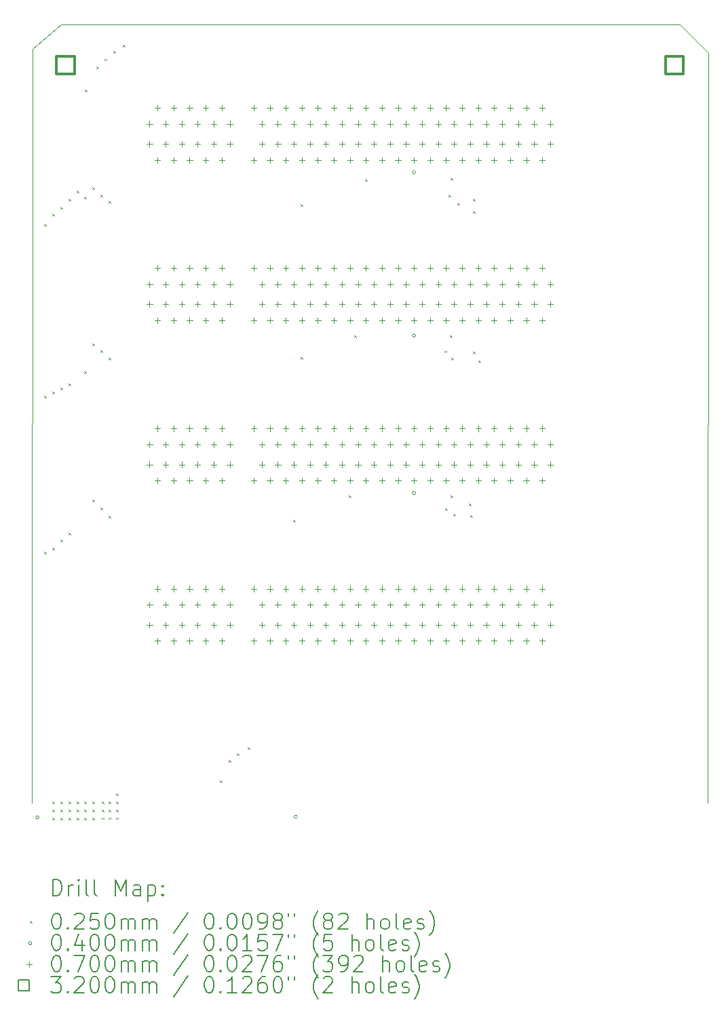
<source format=gbr>
%TF.GenerationSoftware,KiCad,Pcbnew,7.0.7*%
%TF.CreationDate,2023-09-16T13:26:49-04:00*%
%TF.ProjectId,AstroPix_telescope,41737472-6f50-4697-985f-74656c657363,1.1*%
%TF.SameCoordinates,Original*%
%TF.FileFunction,Drillmap*%
%TF.FilePolarity,Positive*%
%FSLAX45Y45*%
G04 Gerber Fmt 4.5, Leading zero omitted, Abs format (unit mm)*
G04 Created by KiCad (PCBNEW 7.0.7) date 2023-09-16 13:26:49*
%MOMM*%
%LPD*%
G01*
G04 APERTURE LIST*
%ADD10C,0.100000*%
%ADD11C,0.200000*%
%ADD12C,0.025000*%
%ADD13C,0.040000*%
%ADD14C,0.070000*%
%ADD15C,0.320000*%
G04 APERTURE END LIST*
D10*
X18440400Y-5232400D02*
X18796000Y-5588000D01*
X10718800Y-5232400D02*
X18440400Y-5232400D01*
X18791000Y-14941500D02*
X18796000Y-5588000D01*
X10363200Y-5537200D02*
X10718800Y-5232400D01*
X10361000Y-14941500D02*
X10363200Y-5537200D01*
D11*
D12*
X10513500Y-7717500D02*
X10538500Y-7742500D01*
X10538500Y-7717500D02*
X10513500Y-7742500D01*
X10513500Y-9857500D02*
X10538500Y-9882500D01*
X10538500Y-9857500D02*
X10513500Y-9882500D01*
X10513500Y-11807500D02*
X10538500Y-11832500D01*
X10538500Y-11807500D02*
X10513500Y-11832500D01*
X10613500Y-7595050D02*
X10638500Y-7620050D01*
X10638500Y-7595050D02*
X10613500Y-7620050D01*
X10613500Y-9807500D02*
X10638500Y-9832500D01*
X10638500Y-9807500D02*
X10613500Y-9832500D01*
X10613500Y-11757500D02*
X10638500Y-11782500D01*
X10638500Y-11757500D02*
X10613500Y-11782500D01*
X10613500Y-14924000D02*
X10638500Y-14949000D01*
X10638500Y-14924000D02*
X10613500Y-14949000D01*
X10613500Y-15024000D02*
X10638500Y-15049000D01*
X10638500Y-15024000D02*
X10613500Y-15049000D01*
X10613500Y-15124000D02*
X10638500Y-15149000D01*
X10638500Y-15124000D02*
X10613500Y-15149000D01*
X10713500Y-7507500D02*
X10738500Y-7532500D01*
X10738500Y-7507500D02*
X10713500Y-7532500D01*
X10713500Y-9757500D02*
X10738500Y-9782500D01*
X10738500Y-9757500D02*
X10713500Y-9782500D01*
X10713500Y-11657500D02*
X10738500Y-11682500D01*
X10738500Y-11657500D02*
X10713500Y-11682500D01*
X10713500Y-14924000D02*
X10738500Y-14949000D01*
X10738500Y-14924000D02*
X10713500Y-14949000D01*
X10713500Y-15024000D02*
X10738500Y-15049000D01*
X10738500Y-15024000D02*
X10713500Y-15049000D01*
X10713500Y-15124000D02*
X10738500Y-15149000D01*
X10738500Y-15124000D02*
X10713500Y-15149000D01*
X10813500Y-7407500D02*
X10838500Y-7432500D01*
X10838500Y-7407500D02*
X10813500Y-7432500D01*
X10813500Y-9704150D02*
X10838500Y-9729150D01*
X10838500Y-9704150D02*
X10813500Y-9729150D01*
X10813500Y-11573845D02*
X10838500Y-11598845D01*
X10838500Y-11573845D02*
X10813500Y-11598845D01*
X10813500Y-14924000D02*
X10838500Y-14949000D01*
X10838500Y-14924000D02*
X10813500Y-14949000D01*
X10813500Y-15024000D02*
X10838500Y-15049000D01*
X10838500Y-15024000D02*
X10813500Y-15049000D01*
X10813500Y-15124000D02*
X10838500Y-15149000D01*
X10838500Y-15124000D02*
X10813500Y-15149000D01*
X10913500Y-7307500D02*
X10938500Y-7332500D01*
X10938500Y-7307500D02*
X10913500Y-7332500D01*
X10913500Y-14924000D02*
X10938500Y-14949000D01*
X10938500Y-14924000D02*
X10913500Y-14949000D01*
X10913500Y-15024000D02*
X10938500Y-15049000D01*
X10938500Y-15024000D02*
X10913500Y-15049000D01*
X10913500Y-15124000D02*
X10938500Y-15149000D01*
X10938500Y-15124000D02*
X10913500Y-15149000D01*
X11013500Y-7379000D02*
X11038500Y-7404000D01*
X11038500Y-7379000D02*
X11013500Y-7404000D01*
X11013500Y-9557500D02*
X11038500Y-9582500D01*
X11038500Y-9557500D02*
X11013500Y-9582500D01*
X11013500Y-14924000D02*
X11038500Y-14949000D01*
X11038500Y-14924000D02*
X11013500Y-14949000D01*
X11013500Y-15024000D02*
X11038500Y-15049000D01*
X11038500Y-15024000D02*
X11013500Y-15049000D01*
X11013500Y-15124000D02*
X11038500Y-15149000D01*
X11038500Y-15124000D02*
X11013500Y-15149000D01*
X11018500Y-6039000D02*
X11043500Y-6064000D01*
X11043500Y-6039000D02*
X11018500Y-6064000D01*
X11113500Y-7257500D02*
X11138500Y-7282500D01*
X11138500Y-7257500D02*
X11113500Y-7282500D01*
X11113500Y-9207500D02*
X11138500Y-9232500D01*
X11138500Y-9207500D02*
X11113500Y-9232500D01*
X11113500Y-11157500D02*
X11138500Y-11182500D01*
X11138500Y-11157500D02*
X11113500Y-11182500D01*
X11113500Y-14924000D02*
X11138500Y-14949000D01*
X11138500Y-14924000D02*
X11113500Y-14949000D01*
X11113500Y-15024000D02*
X11138500Y-15049000D01*
X11138500Y-15024000D02*
X11113500Y-15049000D01*
X11113500Y-15124000D02*
X11138500Y-15149000D01*
X11138500Y-15124000D02*
X11113500Y-15149000D01*
X11163500Y-5757500D02*
X11188500Y-5782500D01*
X11188500Y-5757500D02*
X11163500Y-5782500D01*
X11213500Y-7357500D02*
X11238500Y-7382500D01*
X11238500Y-7357500D02*
X11213500Y-7382500D01*
X11213500Y-9294000D02*
X11238500Y-9319000D01*
X11238500Y-9294000D02*
X11213500Y-9319000D01*
X11213500Y-11257500D02*
X11238500Y-11282500D01*
X11238500Y-11257500D02*
X11213500Y-11282500D01*
X11226000Y-15025000D02*
X11251000Y-15050000D01*
X11251000Y-15025000D02*
X11226000Y-15050000D01*
X11226000Y-15122500D02*
X11251000Y-15147500D01*
X11251000Y-15122500D02*
X11226000Y-15147500D01*
X11228500Y-14922500D02*
X11253500Y-14947500D01*
X11253500Y-14922500D02*
X11228500Y-14947500D01*
X11263500Y-5656996D02*
X11288500Y-5681996D01*
X11288500Y-5656996D02*
X11263500Y-5681996D01*
X11311000Y-15025000D02*
X11336000Y-15050000D01*
X11336000Y-15025000D02*
X11311000Y-15050000D01*
X11311000Y-15122500D02*
X11336000Y-15147500D01*
X11336000Y-15122500D02*
X11311000Y-15147500D01*
X11313500Y-7432500D02*
X11338500Y-7457500D01*
X11338500Y-7432500D02*
X11313500Y-7457500D01*
X11313500Y-9382500D02*
X11338500Y-9407500D01*
X11338500Y-9382500D02*
X11313500Y-9407500D01*
X11313500Y-11357500D02*
X11338500Y-11382500D01*
X11338500Y-11357500D02*
X11313500Y-11382500D01*
X11313500Y-14922500D02*
X11338500Y-14947500D01*
X11338500Y-14922500D02*
X11313500Y-14947500D01*
X11373500Y-5557500D02*
X11398500Y-5582500D01*
X11398500Y-5557500D02*
X11373500Y-5582500D01*
X11408500Y-14826000D02*
X11433500Y-14851000D01*
X11433500Y-14826000D02*
X11408500Y-14851000D01*
X11408500Y-14922500D02*
X11433500Y-14947500D01*
X11433500Y-14922500D02*
X11408500Y-14947500D01*
X11408500Y-15022500D02*
X11433500Y-15047500D01*
X11433500Y-15022500D02*
X11408500Y-15047500D01*
X11408500Y-15122500D02*
X11433500Y-15147500D01*
X11433500Y-15122500D02*
X11408500Y-15147500D01*
X11488500Y-5482500D02*
X11513500Y-5507500D01*
X11513500Y-5482500D02*
X11488500Y-5507500D01*
X12703500Y-14657500D02*
X12728500Y-14682500D01*
X12728500Y-14657500D02*
X12703500Y-14682500D01*
X12813500Y-14407500D02*
X12838500Y-14432500D01*
X12838500Y-14407500D02*
X12813500Y-14432500D01*
X12917184Y-14323634D02*
X12942184Y-14348634D01*
X12942184Y-14323634D02*
X12917184Y-14348634D01*
X13053848Y-14247848D02*
X13078848Y-14272848D01*
X13078848Y-14247848D02*
X13053848Y-14272848D01*
X13613500Y-11407500D02*
X13638500Y-11432500D01*
X13638500Y-11407500D02*
X13613500Y-11432500D01*
X13713500Y-7469950D02*
X13738500Y-7494950D01*
X13738500Y-7469950D02*
X13713500Y-7494950D01*
X13713500Y-9377500D02*
X13738500Y-9402500D01*
X13738500Y-9377500D02*
X13713500Y-9402500D01*
X14313500Y-11107500D02*
X14338500Y-11132500D01*
X14338500Y-11107500D02*
X14313500Y-11132500D01*
X14375950Y-9107500D02*
X14400950Y-9132500D01*
X14400950Y-9107500D02*
X14375950Y-9132500D01*
X14513500Y-7157500D02*
X14538500Y-7182500D01*
X14538500Y-7157500D02*
X14513500Y-7182500D01*
X15503500Y-9297500D02*
X15528500Y-9322500D01*
X15528500Y-9297500D02*
X15503500Y-9322500D01*
X15513500Y-11265887D02*
X15538500Y-11290887D01*
X15538500Y-11265887D02*
X15513500Y-11290887D01*
X15558500Y-7357500D02*
X15583500Y-7382500D01*
X15583500Y-7357500D02*
X15558500Y-7382500D01*
X15576613Y-9107500D02*
X15601613Y-9132500D01*
X15601613Y-9107500D02*
X15576613Y-9132500D01*
X15578500Y-7144100D02*
X15603500Y-7169100D01*
X15603500Y-7144100D02*
X15578500Y-7169100D01*
X15581613Y-11107500D02*
X15606613Y-11132500D01*
X15606613Y-11107500D02*
X15581613Y-11132500D01*
X15593500Y-9387500D02*
X15618500Y-9412500D01*
X15618500Y-9387500D02*
X15593500Y-9412500D01*
X15613500Y-11330790D02*
X15638500Y-11355790D01*
X15638500Y-11330790D02*
X15613500Y-11355790D01*
X15667659Y-7457500D02*
X15692659Y-7482500D01*
X15692659Y-7457500D02*
X15667659Y-7482500D01*
X15813500Y-11203842D02*
X15838500Y-11228842D01*
X15838500Y-11203842D02*
X15813500Y-11228842D01*
X15823270Y-11347088D02*
X15848270Y-11372088D01*
X15848270Y-11347088D02*
X15823270Y-11372088D01*
X15863500Y-7407500D02*
X15888500Y-7432500D01*
X15888500Y-7407500D02*
X15863500Y-7432500D01*
X15863500Y-7557500D02*
X15888500Y-7582500D01*
X15888500Y-7557500D02*
X15863500Y-7582500D01*
X15863500Y-9307500D02*
X15888500Y-9332500D01*
X15888500Y-9307500D02*
X15863500Y-9332500D01*
X15925344Y-9420808D02*
X15950344Y-9445808D01*
X15950344Y-9420808D02*
X15925344Y-9445808D01*
D13*
X10446000Y-15120000D02*
G75*
G03*
X10446000Y-15120000I-20000J0D01*
G01*
X13671000Y-15115000D02*
G75*
G03*
X13671000Y-15115000I-20000J0D01*
G01*
X15146000Y-7075000D02*
G75*
G03*
X15146000Y-7075000I-20000J0D01*
G01*
X15146000Y-9110000D02*
G75*
G03*
X15146000Y-9110000I-20000J0D01*
G01*
X15146000Y-11075000D02*
G75*
G03*
X15146000Y-11075000I-20000J0D01*
G01*
D14*
X11826000Y-6435000D02*
X11826000Y-6505000D01*
X11791000Y-6470000D02*
X11861000Y-6470000D01*
X11826000Y-6685000D02*
X11826000Y-6755000D01*
X11791000Y-6720000D02*
X11861000Y-6720000D01*
X11826000Y-8435000D02*
X11826000Y-8505000D01*
X11791000Y-8470000D02*
X11861000Y-8470000D01*
X11826000Y-8685000D02*
X11826000Y-8755000D01*
X11791000Y-8720000D02*
X11861000Y-8720000D01*
X11826000Y-10435000D02*
X11826000Y-10505000D01*
X11791000Y-10470000D02*
X11861000Y-10470000D01*
X11826000Y-10685000D02*
X11826000Y-10755000D01*
X11791000Y-10720000D02*
X11861000Y-10720000D01*
X11826000Y-12435000D02*
X11826000Y-12505000D01*
X11791000Y-12470000D02*
X11861000Y-12470000D01*
X11826000Y-12685000D02*
X11826000Y-12755000D01*
X11791000Y-12720000D02*
X11861000Y-12720000D01*
X11926000Y-6235000D02*
X11926000Y-6305000D01*
X11891000Y-6270000D02*
X11961000Y-6270000D01*
X11926000Y-6885000D02*
X11926000Y-6955000D01*
X11891000Y-6920000D02*
X11961000Y-6920000D01*
X11926000Y-8235000D02*
X11926000Y-8305000D01*
X11891000Y-8270000D02*
X11961000Y-8270000D01*
X11926000Y-8885000D02*
X11926000Y-8955000D01*
X11891000Y-8920000D02*
X11961000Y-8920000D01*
X11926000Y-10235000D02*
X11926000Y-10305000D01*
X11891000Y-10270000D02*
X11961000Y-10270000D01*
X11926000Y-10885000D02*
X11926000Y-10955000D01*
X11891000Y-10920000D02*
X11961000Y-10920000D01*
X11926000Y-12235000D02*
X11926000Y-12305000D01*
X11891000Y-12270000D02*
X11961000Y-12270000D01*
X11926000Y-12885000D02*
X11926000Y-12955000D01*
X11891000Y-12920000D02*
X11961000Y-12920000D01*
X12026000Y-6435000D02*
X12026000Y-6505000D01*
X11991000Y-6470000D02*
X12061000Y-6470000D01*
X12026000Y-6685000D02*
X12026000Y-6755000D01*
X11991000Y-6720000D02*
X12061000Y-6720000D01*
X12026000Y-8435000D02*
X12026000Y-8505000D01*
X11991000Y-8470000D02*
X12061000Y-8470000D01*
X12026000Y-8685000D02*
X12026000Y-8755000D01*
X11991000Y-8720000D02*
X12061000Y-8720000D01*
X12026000Y-10435000D02*
X12026000Y-10505000D01*
X11991000Y-10470000D02*
X12061000Y-10470000D01*
X12026000Y-10685000D02*
X12026000Y-10755000D01*
X11991000Y-10720000D02*
X12061000Y-10720000D01*
X12026000Y-12435000D02*
X12026000Y-12505000D01*
X11991000Y-12470000D02*
X12061000Y-12470000D01*
X12026000Y-12685000D02*
X12026000Y-12755000D01*
X11991000Y-12720000D02*
X12061000Y-12720000D01*
X12126000Y-6235000D02*
X12126000Y-6305000D01*
X12091000Y-6270000D02*
X12161000Y-6270000D01*
X12126000Y-6885000D02*
X12126000Y-6955000D01*
X12091000Y-6920000D02*
X12161000Y-6920000D01*
X12126000Y-8235000D02*
X12126000Y-8305000D01*
X12091000Y-8270000D02*
X12161000Y-8270000D01*
X12126000Y-8885000D02*
X12126000Y-8955000D01*
X12091000Y-8920000D02*
X12161000Y-8920000D01*
X12126000Y-10235000D02*
X12126000Y-10305000D01*
X12091000Y-10270000D02*
X12161000Y-10270000D01*
X12126000Y-10885000D02*
X12126000Y-10955000D01*
X12091000Y-10920000D02*
X12161000Y-10920000D01*
X12126000Y-12235000D02*
X12126000Y-12305000D01*
X12091000Y-12270000D02*
X12161000Y-12270000D01*
X12126000Y-12885000D02*
X12126000Y-12955000D01*
X12091000Y-12920000D02*
X12161000Y-12920000D01*
X12226000Y-6435000D02*
X12226000Y-6505000D01*
X12191000Y-6470000D02*
X12261000Y-6470000D01*
X12226000Y-6685000D02*
X12226000Y-6755000D01*
X12191000Y-6720000D02*
X12261000Y-6720000D01*
X12226000Y-8435000D02*
X12226000Y-8505000D01*
X12191000Y-8470000D02*
X12261000Y-8470000D01*
X12226000Y-8685000D02*
X12226000Y-8755000D01*
X12191000Y-8720000D02*
X12261000Y-8720000D01*
X12226000Y-10435000D02*
X12226000Y-10505000D01*
X12191000Y-10470000D02*
X12261000Y-10470000D01*
X12226000Y-10685000D02*
X12226000Y-10755000D01*
X12191000Y-10720000D02*
X12261000Y-10720000D01*
X12226000Y-12435000D02*
X12226000Y-12505000D01*
X12191000Y-12470000D02*
X12261000Y-12470000D01*
X12226000Y-12685000D02*
X12226000Y-12755000D01*
X12191000Y-12720000D02*
X12261000Y-12720000D01*
X12326000Y-6235000D02*
X12326000Y-6305000D01*
X12291000Y-6270000D02*
X12361000Y-6270000D01*
X12326000Y-6885000D02*
X12326000Y-6955000D01*
X12291000Y-6920000D02*
X12361000Y-6920000D01*
X12326000Y-8235000D02*
X12326000Y-8305000D01*
X12291000Y-8270000D02*
X12361000Y-8270000D01*
X12326000Y-8885000D02*
X12326000Y-8955000D01*
X12291000Y-8920000D02*
X12361000Y-8920000D01*
X12326000Y-10235000D02*
X12326000Y-10305000D01*
X12291000Y-10270000D02*
X12361000Y-10270000D01*
X12326000Y-10885000D02*
X12326000Y-10955000D01*
X12291000Y-10920000D02*
X12361000Y-10920000D01*
X12326000Y-12235000D02*
X12326000Y-12305000D01*
X12291000Y-12270000D02*
X12361000Y-12270000D01*
X12326000Y-12885000D02*
X12326000Y-12955000D01*
X12291000Y-12920000D02*
X12361000Y-12920000D01*
X12426000Y-6435000D02*
X12426000Y-6505000D01*
X12391000Y-6470000D02*
X12461000Y-6470000D01*
X12426000Y-6685000D02*
X12426000Y-6755000D01*
X12391000Y-6720000D02*
X12461000Y-6720000D01*
X12426000Y-8435000D02*
X12426000Y-8505000D01*
X12391000Y-8470000D02*
X12461000Y-8470000D01*
X12426000Y-8685000D02*
X12426000Y-8755000D01*
X12391000Y-8720000D02*
X12461000Y-8720000D01*
X12426000Y-10435000D02*
X12426000Y-10505000D01*
X12391000Y-10470000D02*
X12461000Y-10470000D01*
X12426000Y-10685000D02*
X12426000Y-10755000D01*
X12391000Y-10720000D02*
X12461000Y-10720000D01*
X12426000Y-12435000D02*
X12426000Y-12505000D01*
X12391000Y-12470000D02*
X12461000Y-12470000D01*
X12426000Y-12685000D02*
X12426000Y-12755000D01*
X12391000Y-12720000D02*
X12461000Y-12720000D01*
X12526000Y-6235000D02*
X12526000Y-6305000D01*
X12491000Y-6270000D02*
X12561000Y-6270000D01*
X12526000Y-6885000D02*
X12526000Y-6955000D01*
X12491000Y-6920000D02*
X12561000Y-6920000D01*
X12526000Y-8235000D02*
X12526000Y-8305000D01*
X12491000Y-8270000D02*
X12561000Y-8270000D01*
X12526000Y-8885000D02*
X12526000Y-8955000D01*
X12491000Y-8920000D02*
X12561000Y-8920000D01*
X12526000Y-10235000D02*
X12526000Y-10305000D01*
X12491000Y-10270000D02*
X12561000Y-10270000D01*
X12526000Y-10885000D02*
X12526000Y-10955000D01*
X12491000Y-10920000D02*
X12561000Y-10920000D01*
X12526000Y-12235000D02*
X12526000Y-12305000D01*
X12491000Y-12270000D02*
X12561000Y-12270000D01*
X12526000Y-12885000D02*
X12526000Y-12955000D01*
X12491000Y-12920000D02*
X12561000Y-12920000D01*
X12626000Y-6435000D02*
X12626000Y-6505000D01*
X12591000Y-6470000D02*
X12661000Y-6470000D01*
X12626000Y-6685000D02*
X12626000Y-6755000D01*
X12591000Y-6720000D02*
X12661000Y-6720000D01*
X12626000Y-8435000D02*
X12626000Y-8505000D01*
X12591000Y-8470000D02*
X12661000Y-8470000D01*
X12626000Y-8685000D02*
X12626000Y-8755000D01*
X12591000Y-8720000D02*
X12661000Y-8720000D01*
X12626000Y-10435000D02*
X12626000Y-10505000D01*
X12591000Y-10470000D02*
X12661000Y-10470000D01*
X12626000Y-10685000D02*
X12626000Y-10755000D01*
X12591000Y-10720000D02*
X12661000Y-10720000D01*
X12626000Y-12435000D02*
X12626000Y-12505000D01*
X12591000Y-12470000D02*
X12661000Y-12470000D01*
X12626000Y-12685000D02*
X12626000Y-12755000D01*
X12591000Y-12720000D02*
X12661000Y-12720000D01*
X12726000Y-6235000D02*
X12726000Y-6305000D01*
X12691000Y-6270000D02*
X12761000Y-6270000D01*
X12726000Y-6885000D02*
X12726000Y-6955000D01*
X12691000Y-6920000D02*
X12761000Y-6920000D01*
X12726000Y-8235000D02*
X12726000Y-8305000D01*
X12691000Y-8270000D02*
X12761000Y-8270000D01*
X12726000Y-8885000D02*
X12726000Y-8955000D01*
X12691000Y-8920000D02*
X12761000Y-8920000D01*
X12726000Y-10235000D02*
X12726000Y-10305000D01*
X12691000Y-10270000D02*
X12761000Y-10270000D01*
X12726000Y-10885000D02*
X12726000Y-10955000D01*
X12691000Y-10920000D02*
X12761000Y-10920000D01*
X12726000Y-12235000D02*
X12726000Y-12305000D01*
X12691000Y-12270000D02*
X12761000Y-12270000D01*
X12726000Y-12885000D02*
X12726000Y-12955000D01*
X12691000Y-12920000D02*
X12761000Y-12920000D01*
X12826000Y-6435000D02*
X12826000Y-6505000D01*
X12791000Y-6470000D02*
X12861000Y-6470000D01*
X12826000Y-6685000D02*
X12826000Y-6755000D01*
X12791000Y-6720000D02*
X12861000Y-6720000D01*
X12826000Y-8435000D02*
X12826000Y-8505000D01*
X12791000Y-8470000D02*
X12861000Y-8470000D01*
X12826000Y-8685000D02*
X12826000Y-8755000D01*
X12791000Y-8720000D02*
X12861000Y-8720000D01*
X12826000Y-10435000D02*
X12826000Y-10505000D01*
X12791000Y-10470000D02*
X12861000Y-10470000D01*
X12826000Y-10685000D02*
X12826000Y-10755000D01*
X12791000Y-10720000D02*
X12861000Y-10720000D01*
X12826000Y-12435000D02*
X12826000Y-12505000D01*
X12791000Y-12470000D02*
X12861000Y-12470000D01*
X12826000Y-12685000D02*
X12826000Y-12755000D01*
X12791000Y-12720000D02*
X12861000Y-12720000D01*
X13126000Y-6235000D02*
X13126000Y-6305000D01*
X13091000Y-6270000D02*
X13161000Y-6270000D01*
X13126000Y-6885000D02*
X13126000Y-6955000D01*
X13091000Y-6920000D02*
X13161000Y-6920000D01*
X13126000Y-8235000D02*
X13126000Y-8305000D01*
X13091000Y-8270000D02*
X13161000Y-8270000D01*
X13126000Y-8885000D02*
X13126000Y-8955000D01*
X13091000Y-8920000D02*
X13161000Y-8920000D01*
X13126000Y-10235000D02*
X13126000Y-10305000D01*
X13091000Y-10270000D02*
X13161000Y-10270000D01*
X13126000Y-10885000D02*
X13126000Y-10955000D01*
X13091000Y-10920000D02*
X13161000Y-10920000D01*
X13126000Y-12235000D02*
X13126000Y-12305000D01*
X13091000Y-12270000D02*
X13161000Y-12270000D01*
X13126000Y-12885000D02*
X13126000Y-12955000D01*
X13091000Y-12920000D02*
X13161000Y-12920000D01*
X13226000Y-6435000D02*
X13226000Y-6505000D01*
X13191000Y-6470000D02*
X13261000Y-6470000D01*
X13226000Y-6685000D02*
X13226000Y-6755000D01*
X13191000Y-6720000D02*
X13261000Y-6720000D01*
X13226000Y-8435000D02*
X13226000Y-8505000D01*
X13191000Y-8470000D02*
X13261000Y-8470000D01*
X13226000Y-8685000D02*
X13226000Y-8755000D01*
X13191000Y-8720000D02*
X13261000Y-8720000D01*
X13226000Y-10435000D02*
X13226000Y-10505000D01*
X13191000Y-10470000D02*
X13261000Y-10470000D01*
X13226000Y-10685000D02*
X13226000Y-10755000D01*
X13191000Y-10720000D02*
X13261000Y-10720000D01*
X13226000Y-12435000D02*
X13226000Y-12505000D01*
X13191000Y-12470000D02*
X13261000Y-12470000D01*
X13226000Y-12685000D02*
X13226000Y-12755000D01*
X13191000Y-12720000D02*
X13261000Y-12720000D01*
X13326000Y-6235000D02*
X13326000Y-6305000D01*
X13291000Y-6270000D02*
X13361000Y-6270000D01*
X13326000Y-6885000D02*
X13326000Y-6955000D01*
X13291000Y-6920000D02*
X13361000Y-6920000D01*
X13326000Y-8235000D02*
X13326000Y-8305000D01*
X13291000Y-8270000D02*
X13361000Y-8270000D01*
X13326000Y-8885000D02*
X13326000Y-8955000D01*
X13291000Y-8920000D02*
X13361000Y-8920000D01*
X13326000Y-10235000D02*
X13326000Y-10305000D01*
X13291000Y-10270000D02*
X13361000Y-10270000D01*
X13326000Y-10885000D02*
X13326000Y-10955000D01*
X13291000Y-10920000D02*
X13361000Y-10920000D01*
X13326000Y-12235000D02*
X13326000Y-12305000D01*
X13291000Y-12270000D02*
X13361000Y-12270000D01*
X13326000Y-12885000D02*
X13326000Y-12955000D01*
X13291000Y-12920000D02*
X13361000Y-12920000D01*
X13426000Y-6435000D02*
X13426000Y-6505000D01*
X13391000Y-6470000D02*
X13461000Y-6470000D01*
X13426000Y-6685000D02*
X13426000Y-6755000D01*
X13391000Y-6720000D02*
X13461000Y-6720000D01*
X13426000Y-8435000D02*
X13426000Y-8505000D01*
X13391000Y-8470000D02*
X13461000Y-8470000D01*
X13426000Y-8685000D02*
X13426000Y-8755000D01*
X13391000Y-8720000D02*
X13461000Y-8720000D01*
X13426000Y-10435000D02*
X13426000Y-10505000D01*
X13391000Y-10470000D02*
X13461000Y-10470000D01*
X13426000Y-10685000D02*
X13426000Y-10755000D01*
X13391000Y-10720000D02*
X13461000Y-10720000D01*
X13426000Y-12435000D02*
X13426000Y-12505000D01*
X13391000Y-12470000D02*
X13461000Y-12470000D01*
X13426000Y-12685000D02*
X13426000Y-12755000D01*
X13391000Y-12720000D02*
X13461000Y-12720000D01*
X13526000Y-6235000D02*
X13526000Y-6305000D01*
X13491000Y-6270000D02*
X13561000Y-6270000D01*
X13526000Y-6885000D02*
X13526000Y-6955000D01*
X13491000Y-6920000D02*
X13561000Y-6920000D01*
X13526000Y-8235000D02*
X13526000Y-8305000D01*
X13491000Y-8270000D02*
X13561000Y-8270000D01*
X13526000Y-8885000D02*
X13526000Y-8955000D01*
X13491000Y-8920000D02*
X13561000Y-8920000D01*
X13526000Y-10235000D02*
X13526000Y-10305000D01*
X13491000Y-10270000D02*
X13561000Y-10270000D01*
X13526000Y-10885000D02*
X13526000Y-10955000D01*
X13491000Y-10920000D02*
X13561000Y-10920000D01*
X13526000Y-12235000D02*
X13526000Y-12305000D01*
X13491000Y-12270000D02*
X13561000Y-12270000D01*
X13526000Y-12885000D02*
X13526000Y-12955000D01*
X13491000Y-12920000D02*
X13561000Y-12920000D01*
X13626000Y-6435000D02*
X13626000Y-6505000D01*
X13591000Y-6470000D02*
X13661000Y-6470000D01*
X13626000Y-6685000D02*
X13626000Y-6755000D01*
X13591000Y-6720000D02*
X13661000Y-6720000D01*
X13626000Y-8435000D02*
X13626000Y-8505000D01*
X13591000Y-8470000D02*
X13661000Y-8470000D01*
X13626000Y-8685000D02*
X13626000Y-8755000D01*
X13591000Y-8720000D02*
X13661000Y-8720000D01*
X13626000Y-10435000D02*
X13626000Y-10505000D01*
X13591000Y-10470000D02*
X13661000Y-10470000D01*
X13626000Y-10685000D02*
X13626000Y-10755000D01*
X13591000Y-10720000D02*
X13661000Y-10720000D01*
X13626000Y-12435000D02*
X13626000Y-12505000D01*
X13591000Y-12470000D02*
X13661000Y-12470000D01*
X13626000Y-12685000D02*
X13626000Y-12755000D01*
X13591000Y-12720000D02*
X13661000Y-12720000D01*
X13726000Y-6235000D02*
X13726000Y-6305000D01*
X13691000Y-6270000D02*
X13761000Y-6270000D01*
X13726000Y-6885000D02*
X13726000Y-6955000D01*
X13691000Y-6920000D02*
X13761000Y-6920000D01*
X13726000Y-8235000D02*
X13726000Y-8305000D01*
X13691000Y-8270000D02*
X13761000Y-8270000D01*
X13726000Y-8885000D02*
X13726000Y-8955000D01*
X13691000Y-8920000D02*
X13761000Y-8920000D01*
X13726000Y-10235000D02*
X13726000Y-10305000D01*
X13691000Y-10270000D02*
X13761000Y-10270000D01*
X13726000Y-10885000D02*
X13726000Y-10955000D01*
X13691000Y-10920000D02*
X13761000Y-10920000D01*
X13726000Y-12235000D02*
X13726000Y-12305000D01*
X13691000Y-12270000D02*
X13761000Y-12270000D01*
X13726000Y-12885000D02*
X13726000Y-12955000D01*
X13691000Y-12920000D02*
X13761000Y-12920000D01*
X13826000Y-6435000D02*
X13826000Y-6505000D01*
X13791000Y-6470000D02*
X13861000Y-6470000D01*
X13826000Y-6685000D02*
X13826000Y-6755000D01*
X13791000Y-6720000D02*
X13861000Y-6720000D01*
X13826000Y-8435000D02*
X13826000Y-8505000D01*
X13791000Y-8470000D02*
X13861000Y-8470000D01*
X13826000Y-8685000D02*
X13826000Y-8755000D01*
X13791000Y-8720000D02*
X13861000Y-8720000D01*
X13826000Y-10435000D02*
X13826000Y-10505000D01*
X13791000Y-10470000D02*
X13861000Y-10470000D01*
X13826000Y-10685000D02*
X13826000Y-10755000D01*
X13791000Y-10720000D02*
X13861000Y-10720000D01*
X13826000Y-12435000D02*
X13826000Y-12505000D01*
X13791000Y-12470000D02*
X13861000Y-12470000D01*
X13826000Y-12685000D02*
X13826000Y-12755000D01*
X13791000Y-12720000D02*
X13861000Y-12720000D01*
X13926000Y-6235000D02*
X13926000Y-6305000D01*
X13891000Y-6270000D02*
X13961000Y-6270000D01*
X13926000Y-6885000D02*
X13926000Y-6955000D01*
X13891000Y-6920000D02*
X13961000Y-6920000D01*
X13926000Y-8235000D02*
X13926000Y-8305000D01*
X13891000Y-8270000D02*
X13961000Y-8270000D01*
X13926000Y-8885000D02*
X13926000Y-8955000D01*
X13891000Y-8920000D02*
X13961000Y-8920000D01*
X13926000Y-10235000D02*
X13926000Y-10305000D01*
X13891000Y-10270000D02*
X13961000Y-10270000D01*
X13926000Y-10885000D02*
X13926000Y-10955000D01*
X13891000Y-10920000D02*
X13961000Y-10920000D01*
X13926000Y-12235000D02*
X13926000Y-12305000D01*
X13891000Y-12270000D02*
X13961000Y-12270000D01*
X13926000Y-12885000D02*
X13926000Y-12955000D01*
X13891000Y-12920000D02*
X13961000Y-12920000D01*
X14026000Y-6435000D02*
X14026000Y-6505000D01*
X13991000Y-6470000D02*
X14061000Y-6470000D01*
X14026000Y-6685000D02*
X14026000Y-6755000D01*
X13991000Y-6720000D02*
X14061000Y-6720000D01*
X14026000Y-8435000D02*
X14026000Y-8505000D01*
X13991000Y-8470000D02*
X14061000Y-8470000D01*
X14026000Y-8685000D02*
X14026000Y-8755000D01*
X13991000Y-8720000D02*
X14061000Y-8720000D01*
X14026000Y-10435000D02*
X14026000Y-10505000D01*
X13991000Y-10470000D02*
X14061000Y-10470000D01*
X14026000Y-10685000D02*
X14026000Y-10755000D01*
X13991000Y-10720000D02*
X14061000Y-10720000D01*
X14026000Y-12435000D02*
X14026000Y-12505000D01*
X13991000Y-12470000D02*
X14061000Y-12470000D01*
X14026000Y-12685000D02*
X14026000Y-12755000D01*
X13991000Y-12720000D02*
X14061000Y-12720000D01*
X14126000Y-6235000D02*
X14126000Y-6305000D01*
X14091000Y-6270000D02*
X14161000Y-6270000D01*
X14126000Y-6885000D02*
X14126000Y-6955000D01*
X14091000Y-6920000D02*
X14161000Y-6920000D01*
X14126000Y-8235000D02*
X14126000Y-8305000D01*
X14091000Y-8270000D02*
X14161000Y-8270000D01*
X14126000Y-8885000D02*
X14126000Y-8955000D01*
X14091000Y-8920000D02*
X14161000Y-8920000D01*
X14126000Y-10235000D02*
X14126000Y-10305000D01*
X14091000Y-10270000D02*
X14161000Y-10270000D01*
X14126000Y-10885000D02*
X14126000Y-10955000D01*
X14091000Y-10920000D02*
X14161000Y-10920000D01*
X14126000Y-12235000D02*
X14126000Y-12305000D01*
X14091000Y-12270000D02*
X14161000Y-12270000D01*
X14126000Y-12885000D02*
X14126000Y-12955000D01*
X14091000Y-12920000D02*
X14161000Y-12920000D01*
X14226000Y-6435000D02*
X14226000Y-6505000D01*
X14191000Y-6470000D02*
X14261000Y-6470000D01*
X14226000Y-6685000D02*
X14226000Y-6755000D01*
X14191000Y-6720000D02*
X14261000Y-6720000D01*
X14226000Y-8435000D02*
X14226000Y-8505000D01*
X14191000Y-8470000D02*
X14261000Y-8470000D01*
X14226000Y-8685000D02*
X14226000Y-8755000D01*
X14191000Y-8720000D02*
X14261000Y-8720000D01*
X14226000Y-10435000D02*
X14226000Y-10505000D01*
X14191000Y-10470000D02*
X14261000Y-10470000D01*
X14226000Y-10685000D02*
X14226000Y-10755000D01*
X14191000Y-10720000D02*
X14261000Y-10720000D01*
X14226000Y-12435000D02*
X14226000Y-12505000D01*
X14191000Y-12470000D02*
X14261000Y-12470000D01*
X14226000Y-12685000D02*
X14226000Y-12755000D01*
X14191000Y-12720000D02*
X14261000Y-12720000D01*
X14326000Y-6235000D02*
X14326000Y-6305000D01*
X14291000Y-6270000D02*
X14361000Y-6270000D01*
X14326000Y-6885000D02*
X14326000Y-6955000D01*
X14291000Y-6920000D02*
X14361000Y-6920000D01*
X14326000Y-8235000D02*
X14326000Y-8305000D01*
X14291000Y-8270000D02*
X14361000Y-8270000D01*
X14326000Y-8885000D02*
X14326000Y-8955000D01*
X14291000Y-8920000D02*
X14361000Y-8920000D01*
X14326000Y-10235000D02*
X14326000Y-10305000D01*
X14291000Y-10270000D02*
X14361000Y-10270000D01*
X14326000Y-10885000D02*
X14326000Y-10955000D01*
X14291000Y-10920000D02*
X14361000Y-10920000D01*
X14326000Y-12235000D02*
X14326000Y-12305000D01*
X14291000Y-12270000D02*
X14361000Y-12270000D01*
X14326000Y-12885000D02*
X14326000Y-12955000D01*
X14291000Y-12920000D02*
X14361000Y-12920000D01*
X14426000Y-6435000D02*
X14426000Y-6505000D01*
X14391000Y-6470000D02*
X14461000Y-6470000D01*
X14426000Y-6685000D02*
X14426000Y-6755000D01*
X14391000Y-6720000D02*
X14461000Y-6720000D01*
X14426000Y-8435000D02*
X14426000Y-8505000D01*
X14391000Y-8470000D02*
X14461000Y-8470000D01*
X14426000Y-8685000D02*
X14426000Y-8755000D01*
X14391000Y-8720000D02*
X14461000Y-8720000D01*
X14426000Y-10435000D02*
X14426000Y-10505000D01*
X14391000Y-10470000D02*
X14461000Y-10470000D01*
X14426000Y-10685000D02*
X14426000Y-10755000D01*
X14391000Y-10720000D02*
X14461000Y-10720000D01*
X14426000Y-12435000D02*
X14426000Y-12505000D01*
X14391000Y-12470000D02*
X14461000Y-12470000D01*
X14426000Y-12685000D02*
X14426000Y-12755000D01*
X14391000Y-12720000D02*
X14461000Y-12720000D01*
X14526000Y-6235000D02*
X14526000Y-6305000D01*
X14491000Y-6270000D02*
X14561000Y-6270000D01*
X14526000Y-6885000D02*
X14526000Y-6955000D01*
X14491000Y-6920000D02*
X14561000Y-6920000D01*
X14526000Y-8235000D02*
X14526000Y-8305000D01*
X14491000Y-8270000D02*
X14561000Y-8270000D01*
X14526000Y-8885000D02*
X14526000Y-8955000D01*
X14491000Y-8920000D02*
X14561000Y-8920000D01*
X14526000Y-10235000D02*
X14526000Y-10305000D01*
X14491000Y-10270000D02*
X14561000Y-10270000D01*
X14526000Y-10885000D02*
X14526000Y-10955000D01*
X14491000Y-10920000D02*
X14561000Y-10920000D01*
X14526000Y-12235000D02*
X14526000Y-12305000D01*
X14491000Y-12270000D02*
X14561000Y-12270000D01*
X14526000Y-12885000D02*
X14526000Y-12955000D01*
X14491000Y-12920000D02*
X14561000Y-12920000D01*
X14626000Y-6435000D02*
X14626000Y-6505000D01*
X14591000Y-6470000D02*
X14661000Y-6470000D01*
X14626000Y-6685000D02*
X14626000Y-6755000D01*
X14591000Y-6720000D02*
X14661000Y-6720000D01*
X14626000Y-8435000D02*
X14626000Y-8505000D01*
X14591000Y-8470000D02*
X14661000Y-8470000D01*
X14626000Y-8685000D02*
X14626000Y-8755000D01*
X14591000Y-8720000D02*
X14661000Y-8720000D01*
X14626000Y-10435000D02*
X14626000Y-10505000D01*
X14591000Y-10470000D02*
X14661000Y-10470000D01*
X14626000Y-10685000D02*
X14626000Y-10755000D01*
X14591000Y-10720000D02*
X14661000Y-10720000D01*
X14626000Y-12435000D02*
X14626000Y-12505000D01*
X14591000Y-12470000D02*
X14661000Y-12470000D01*
X14626000Y-12685000D02*
X14626000Y-12755000D01*
X14591000Y-12720000D02*
X14661000Y-12720000D01*
X14726000Y-6235000D02*
X14726000Y-6305000D01*
X14691000Y-6270000D02*
X14761000Y-6270000D01*
X14726000Y-6885000D02*
X14726000Y-6955000D01*
X14691000Y-6920000D02*
X14761000Y-6920000D01*
X14726000Y-8235000D02*
X14726000Y-8305000D01*
X14691000Y-8270000D02*
X14761000Y-8270000D01*
X14726000Y-8885000D02*
X14726000Y-8955000D01*
X14691000Y-8920000D02*
X14761000Y-8920000D01*
X14726000Y-10235000D02*
X14726000Y-10305000D01*
X14691000Y-10270000D02*
X14761000Y-10270000D01*
X14726000Y-10885000D02*
X14726000Y-10955000D01*
X14691000Y-10920000D02*
X14761000Y-10920000D01*
X14726000Y-12235000D02*
X14726000Y-12305000D01*
X14691000Y-12270000D02*
X14761000Y-12270000D01*
X14726000Y-12885000D02*
X14726000Y-12955000D01*
X14691000Y-12920000D02*
X14761000Y-12920000D01*
X14826000Y-6435000D02*
X14826000Y-6505000D01*
X14791000Y-6470000D02*
X14861000Y-6470000D01*
X14826000Y-6685000D02*
X14826000Y-6755000D01*
X14791000Y-6720000D02*
X14861000Y-6720000D01*
X14826000Y-8435000D02*
X14826000Y-8505000D01*
X14791000Y-8470000D02*
X14861000Y-8470000D01*
X14826000Y-8685000D02*
X14826000Y-8755000D01*
X14791000Y-8720000D02*
X14861000Y-8720000D01*
X14826000Y-10435000D02*
X14826000Y-10505000D01*
X14791000Y-10470000D02*
X14861000Y-10470000D01*
X14826000Y-10685000D02*
X14826000Y-10755000D01*
X14791000Y-10720000D02*
X14861000Y-10720000D01*
X14826000Y-12435000D02*
X14826000Y-12505000D01*
X14791000Y-12470000D02*
X14861000Y-12470000D01*
X14826000Y-12685000D02*
X14826000Y-12755000D01*
X14791000Y-12720000D02*
X14861000Y-12720000D01*
X14926000Y-6235000D02*
X14926000Y-6305000D01*
X14891000Y-6270000D02*
X14961000Y-6270000D01*
X14926000Y-6885000D02*
X14926000Y-6955000D01*
X14891000Y-6920000D02*
X14961000Y-6920000D01*
X14926000Y-8235000D02*
X14926000Y-8305000D01*
X14891000Y-8270000D02*
X14961000Y-8270000D01*
X14926000Y-8885000D02*
X14926000Y-8955000D01*
X14891000Y-8920000D02*
X14961000Y-8920000D01*
X14926000Y-10235000D02*
X14926000Y-10305000D01*
X14891000Y-10270000D02*
X14961000Y-10270000D01*
X14926000Y-10885000D02*
X14926000Y-10955000D01*
X14891000Y-10920000D02*
X14961000Y-10920000D01*
X14926000Y-12235000D02*
X14926000Y-12305000D01*
X14891000Y-12270000D02*
X14961000Y-12270000D01*
X14926000Y-12885000D02*
X14926000Y-12955000D01*
X14891000Y-12920000D02*
X14961000Y-12920000D01*
X15026000Y-6435000D02*
X15026000Y-6505000D01*
X14991000Y-6470000D02*
X15061000Y-6470000D01*
X15026000Y-6685000D02*
X15026000Y-6755000D01*
X14991000Y-6720000D02*
X15061000Y-6720000D01*
X15026000Y-8435000D02*
X15026000Y-8505000D01*
X14991000Y-8470000D02*
X15061000Y-8470000D01*
X15026000Y-8685000D02*
X15026000Y-8755000D01*
X14991000Y-8720000D02*
X15061000Y-8720000D01*
X15026000Y-10435000D02*
X15026000Y-10505000D01*
X14991000Y-10470000D02*
X15061000Y-10470000D01*
X15026000Y-10685000D02*
X15026000Y-10755000D01*
X14991000Y-10720000D02*
X15061000Y-10720000D01*
X15026000Y-12435000D02*
X15026000Y-12505000D01*
X14991000Y-12470000D02*
X15061000Y-12470000D01*
X15026000Y-12685000D02*
X15026000Y-12755000D01*
X14991000Y-12720000D02*
X15061000Y-12720000D01*
X15126000Y-6235000D02*
X15126000Y-6305000D01*
X15091000Y-6270000D02*
X15161000Y-6270000D01*
X15126000Y-6885000D02*
X15126000Y-6955000D01*
X15091000Y-6920000D02*
X15161000Y-6920000D01*
X15126000Y-8235000D02*
X15126000Y-8305000D01*
X15091000Y-8270000D02*
X15161000Y-8270000D01*
X15126000Y-8885000D02*
X15126000Y-8955000D01*
X15091000Y-8920000D02*
X15161000Y-8920000D01*
X15126000Y-10235000D02*
X15126000Y-10305000D01*
X15091000Y-10270000D02*
X15161000Y-10270000D01*
X15126000Y-10885000D02*
X15126000Y-10955000D01*
X15091000Y-10920000D02*
X15161000Y-10920000D01*
X15126000Y-12235000D02*
X15126000Y-12305000D01*
X15091000Y-12270000D02*
X15161000Y-12270000D01*
X15126000Y-12885000D02*
X15126000Y-12955000D01*
X15091000Y-12920000D02*
X15161000Y-12920000D01*
X15226000Y-6435000D02*
X15226000Y-6505000D01*
X15191000Y-6470000D02*
X15261000Y-6470000D01*
X15226000Y-6685000D02*
X15226000Y-6755000D01*
X15191000Y-6720000D02*
X15261000Y-6720000D01*
X15226000Y-8435000D02*
X15226000Y-8505000D01*
X15191000Y-8470000D02*
X15261000Y-8470000D01*
X15226000Y-8685000D02*
X15226000Y-8755000D01*
X15191000Y-8720000D02*
X15261000Y-8720000D01*
X15226000Y-10435000D02*
X15226000Y-10505000D01*
X15191000Y-10470000D02*
X15261000Y-10470000D01*
X15226000Y-10685000D02*
X15226000Y-10755000D01*
X15191000Y-10720000D02*
X15261000Y-10720000D01*
X15226000Y-12435000D02*
X15226000Y-12505000D01*
X15191000Y-12470000D02*
X15261000Y-12470000D01*
X15226000Y-12685000D02*
X15226000Y-12755000D01*
X15191000Y-12720000D02*
X15261000Y-12720000D01*
X15326000Y-6235000D02*
X15326000Y-6305000D01*
X15291000Y-6270000D02*
X15361000Y-6270000D01*
X15326000Y-6885000D02*
X15326000Y-6955000D01*
X15291000Y-6920000D02*
X15361000Y-6920000D01*
X15326000Y-8235000D02*
X15326000Y-8305000D01*
X15291000Y-8270000D02*
X15361000Y-8270000D01*
X15326000Y-8885000D02*
X15326000Y-8955000D01*
X15291000Y-8920000D02*
X15361000Y-8920000D01*
X15326000Y-10235000D02*
X15326000Y-10305000D01*
X15291000Y-10270000D02*
X15361000Y-10270000D01*
X15326000Y-10885000D02*
X15326000Y-10955000D01*
X15291000Y-10920000D02*
X15361000Y-10920000D01*
X15326000Y-12235000D02*
X15326000Y-12305000D01*
X15291000Y-12270000D02*
X15361000Y-12270000D01*
X15326000Y-12885000D02*
X15326000Y-12955000D01*
X15291000Y-12920000D02*
X15361000Y-12920000D01*
X15426000Y-6435000D02*
X15426000Y-6505000D01*
X15391000Y-6470000D02*
X15461000Y-6470000D01*
X15426000Y-6685000D02*
X15426000Y-6755000D01*
X15391000Y-6720000D02*
X15461000Y-6720000D01*
X15426000Y-8435000D02*
X15426000Y-8505000D01*
X15391000Y-8470000D02*
X15461000Y-8470000D01*
X15426000Y-8685000D02*
X15426000Y-8755000D01*
X15391000Y-8720000D02*
X15461000Y-8720000D01*
X15426000Y-10435000D02*
X15426000Y-10505000D01*
X15391000Y-10470000D02*
X15461000Y-10470000D01*
X15426000Y-10685000D02*
X15426000Y-10755000D01*
X15391000Y-10720000D02*
X15461000Y-10720000D01*
X15426000Y-12435000D02*
X15426000Y-12505000D01*
X15391000Y-12470000D02*
X15461000Y-12470000D01*
X15426000Y-12685000D02*
X15426000Y-12755000D01*
X15391000Y-12720000D02*
X15461000Y-12720000D01*
X15526000Y-6235000D02*
X15526000Y-6305000D01*
X15491000Y-6270000D02*
X15561000Y-6270000D01*
X15526000Y-6885000D02*
X15526000Y-6955000D01*
X15491000Y-6920000D02*
X15561000Y-6920000D01*
X15526000Y-8235000D02*
X15526000Y-8305000D01*
X15491000Y-8270000D02*
X15561000Y-8270000D01*
X15526000Y-8885000D02*
X15526000Y-8955000D01*
X15491000Y-8920000D02*
X15561000Y-8920000D01*
X15526000Y-10235000D02*
X15526000Y-10305000D01*
X15491000Y-10270000D02*
X15561000Y-10270000D01*
X15526000Y-10885000D02*
X15526000Y-10955000D01*
X15491000Y-10920000D02*
X15561000Y-10920000D01*
X15526000Y-12235000D02*
X15526000Y-12305000D01*
X15491000Y-12270000D02*
X15561000Y-12270000D01*
X15526000Y-12885000D02*
X15526000Y-12955000D01*
X15491000Y-12920000D02*
X15561000Y-12920000D01*
X15626000Y-6435000D02*
X15626000Y-6505000D01*
X15591000Y-6470000D02*
X15661000Y-6470000D01*
X15626000Y-6685000D02*
X15626000Y-6755000D01*
X15591000Y-6720000D02*
X15661000Y-6720000D01*
X15626000Y-8435000D02*
X15626000Y-8505000D01*
X15591000Y-8470000D02*
X15661000Y-8470000D01*
X15626000Y-8685000D02*
X15626000Y-8755000D01*
X15591000Y-8720000D02*
X15661000Y-8720000D01*
X15626000Y-10435000D02*
X15626000Y-10505000D01*
X15591000Y-10470000D02*
X15661000Y-10470000D01*
X15626000Y-10685000D02*
X15626000Y-10755000D01*
X15591000Y-10720000D02*
X15661000Y-10720000D01*
X15626000Y-12435000D02*
X15626000Y-12505000D01*
X15591000Y-12470000D02*
X15661000Y-12470000D01*
X15626000Y-12685000D02*
X15626000Y-12755000D01*
X15591000Y-12720000D02*
X15661000Y-12720000D01*
X15726000Y-6235000D02*
X15726000Y-6305000D01*
X15691000Y-6270000D02*
X15761000Y-6270000D01*
X15726000Y-6885000D02*
X15726000Y-6955000D01*
X15691000Y-6920000D02*
X15761000Y-6920000D01*
X15726000Y-8235000D02*
X15726000Y-8305000D01*
X15691000Y-8270000D02*
X15761000Y-8270000D01*
X15726000Y-8885000D02*
X15726000Y-8955000D01*
X15691000Y-8920000D02*
X15761000Y-8920000D01*
X15726000Y-10235000D02*
X15726000Y-10305000D01*
X15691000Y-10270000D02*
X15761000Y-10270000D01*
X15726000Y-10885000D02*
X15726000Y-10955000D01*
X15691000Y-10920000D02*
X15761000Y-10920000D01*
X15726000Y-12235000D02*
X15726000Y-12305000D01*
X15691000Y-12270000D02*
X15761000Y-12270000D01*
X15726000Y-12885000D02*
X15726000Y-12955000D01*
X15691000Y-12920000D02*
X15761000Y-12920000D01*
X15826000Y-6435000D02*
X15826000Y-6505000D01*
X15791000Y-6470000D02*
X15861000Y-6470000D01*
X15826000Y-6685000D02*
X15826000Y-6755000D01*
X15791000Y-6720000D02*
X15861000Y-6720000D01*
X15826000Y-8435000D02*
X15826000Y-8505000D01*
X15791000Y-8470000D02*
X15861000Y-8470000D01*
X15826000Y-8685000D02*
X15826000Y-8755000D01*
X15791000Y-8720000D02*
X15861000Y-8720000D01*
X15826000Y-10435000D02*
X15826000Y-10505000D01*
X15791000Y-10470000D02*
X15861000Y-10470000D01*
X15826000Y-10685000D02*
X15826000Y-10755000D01*
X15791000Y-10720000D02*
X15861000Y-10720000D01*
X15826000Y-12435000D02*
X15826000Y-12505000D01*
X15791000Y-12470000D02*
X15861000Y-12470000D01*
X15826000Y-12685000D02*
X15826000Y-12755000D01*
X15791000Y-12720000D02*
X15861000Y-12720000D01*
X15926000Y-6235000D02*
X15926000Y-6305000D01*
X15891000Y-6270000D02*
X15961000Y-6270000D01*
X15926000Y-6885000D02*
X15926000Y-6955000D01*
X15891000Y-6920000D02*
X15961000Y-6920000D01*
X15926000Y-8235000D02*
X15926000Y-8305000D01*
X15891000Y-8270000D02*
X15961000Y-8270000D01*
X15926000Y-8885000D02*
X15926000Y-8955000D01*
X15891000Y-8920000D02*
X15961000Y-8920000D01*
X15926000Y-10235000D02*
X15926000Y-10305000D01*
X15891000Y-10270000D02*
X15961000Y-10270000D01*
X15926000Y-10885000D02*
X15926000Y-10955000D01*
X15891000Y-10920000D02*
X15961000Y-10920000D01*
X15926000Y-12235000D02*
X15926000Y-12305000D01*
X15891000Y-12270000D02*
X15961000Y-12270000D01*
X15926000Y-12885000D02*
X15926000Y-12955000D01*
X15891000Y-12920000D02*
X15961000Y-12920000D01*
X16026000Y-6435000D02*
X16026000Y-6505000D01*
X15991000Y-6470000D02*
X16061000Y-6470000D01*
X16026000Y-6685000D02*
X16026000Y-6755000D01*
X15991000Y-6720000D02*
X16061000Y-6720000D01*
X16026000Y-8435000D02*
X16026000Y-8505000D01*
X15991000Y-8470000D02*
X16061000Y-8470000D01*
X16026000Y-8685000D02*
X16026000Y-8755000D01*
X15991000Y-8720000D02*
X16061000Y-8720000D01*
X16026000Y-10435000D02*
X16026000Y-10505000D01*
X15991000Y-10470000D02*
X16061000Y-10470000D01*
X16026000Y-10685000D02*
X16026000Y-10755000D01*
X15991000Y-10720000D02*
X16061000Y-10720000D01*
X16026000Y-12435000D02*
X16026000Y-12505000D01*
X15991000Y-12470000D02*
X16061000Y-12470000D01*
X16026000Y-12685000D02*
X16026000Y-12755000D01*
X15991000Y-12720000D02*
X16061000Y-12720000D01*
X16126000Y-6235000D02*
X16126000Y-6305000D01*
X16091000Y-6270000D02*
X16161000Y-6270000D01*
X16126000Y-6885000D02*
X16126000Y-6955000D01*
X16091000Y-6920000D02*
X16161000Y-6920000D01*
X16126000Y-8235000D02*
X16126000Y-8305000D01*
X16091000Y-8270000D02*
X16161000Y-8270000D01*
X16126000Y-8885000D02*
X16126000Y-8955000D01*
X16091000Y-8920000D02*
X16161000Y-8920000D01*
X16126000Y-10235000D02*
X16126000Y-10305000D01*
X16091000Y-10270000D02*
X16161000Y-10270000D01*
X16126000Y-10885000D02*
X16126000Y-10955000D01*
X16091000Y-10920000D02*
X16161000Y-10920000D01*
X16126000Y-12235000D02*
X16126000Y-12305000D01*
X16091000Y-12270000D02*
X16161000Y-12270000D01*
X16126000Y-12885000D02*
X16126000Y-12955000D01*
X16091000Y-12920000D02*
X16161000Y-12920000D01*
X16226000Y-6435000D02*
X16226000Y-6505000D01*
X16191000Y-6470000D02*
X16261000Y-6470000D01*
X16226000Y-6685000D02*
X16226000Y-6755000D01*
X16191000Y-6720000D02*
X16261000Y-6720000D01*
X16226000Y-8435000D02*
X16226000Y-8505000D01*
X16191000Y-8470000D02*
X16261000Y-8470000D01*
X16226000Y-8685000D02*
X16226000Y-8755000D01*
X16191000Y-8720000D02*
X16261000Y-8720000D01*
X16226000Y-10435000D02*
X16226000Y-10505000D01*
X16191000Y-10470000D02*
X16261000Y-10470000D01*
X16226000Y-10685000D02*
X16226000Y-10755000D01*
X16191000Y-10720000D02*
X16261000Y-10720000D01*
X16226000Y-12435000D02*
X16226000Y-12505000D01*
X16191000Y-12470000D02*
X16261000Y-12470000D01*
X16226000Y-12685000D02*
X16226000Y-12755000D01*
X16191000Y-12720000D02*
X16261000Y-12720000D01*
X16326000Y-6235000D02*
X16326000Y-6305000D01*
X16291000Y-6270000D02*
X16361000Y-6270000D01*
X16326000Y-6885000D02*
X16326000Y-6955000D01*
X16291000Y-6920000D02*
X16361000Y-6920000D01*
X16326000Y-8235000D02*
X16326000Y-8305000D01*
X16291000Y-8270000D02*
X16361000Y-8270000D01*
X16326000Y-8885000D02*
X16326000Y-8955000D01*
X16291000Y-8920000D02*
X16361000Y-8920000D01*
X16326000Y-10235000D02*
X16326000Y-10305000D01*
X16291000Y-10270000D02*
X16361000Y-10270000D01*
X16326000Y-10885000D02*
X16326000Y-10955000D01*
X16291000Y-10920000D02*
X16361000Y-10920000D01*
X16326000Y-12235000D02*
X16326000Y-12305000D01*
X16291000Y-12270000D02*
X16361000Y-12270000D01*
X16326000Y-12885000D02*
X16326000Y-12955000D01*
X16291000Y-12920000D02*
X16361000Y-12920000D01*
X16426000Y-6435000D02*
X16426000Y-6505000D01*
X16391000Y-6470000D02*
X16461000Y-6470000D01*
X16426000Y-6685000D02*
X16426000Y-6755000D01*
X16391000Y-6720000D02*
X16461000Y-6720000D01*
X16426000Y-8435000D02*
X16426000Y-8505000D01*
X16391000Y-8470000D02*
X16461000Y-8470000D01*
X16426000Y-8685000D02*
X16426000Y-8755000D01*
X16391000Y-8720000D02*
X16461000Y-8720000D01*
X16426000Y-10435000D02*
X16426000Y-10505000D01*
X16391000Y-10470000D02*
X16461000Y-10470000D01*
X16426000Y-10685000D02*
X16426000Y-10755000D01*
X16391000Y-10720000D02*
X16461000Y-10720000D01*
X16426000Y-12435000D02*
X16426000Y-12505000D01*
X16391000Y-12470000D02*
X16461000Y-12470000D01*
X16426000Y-12685000D02*
X16426000Y-12755000D01*
X16391000Y-12720000D02*
X16461000Y-12720000D01*
X16526000Y-6235000D02*
X16526000Y-6305000D01*
X16491000Y-6270000D02*
X16561000Y-6270000D01*
X16526000Y-6885000D02*
X16526000Y-6955000D01*
X16491000Y-6920000D02*
X16561000Y-6920000D01*
X16526000Y-8235000D02*
X16526000Y-8305000D01*
X16491000Y-8270000D02*
X16561000Y-8270000D01*
X16526000Y-8885000D02*
X16526000Y-8955000D01*
X16491000Y-8920000D02*
X16561000Y-8920000D01*
X16526000Y-10235000D02*
X16526000Y-10305000D01*
X16491000Y-10270000D02*
X16561000Y-10270000D01*
X16526000Y-10885000D02*
X16526000Y-10955000D01*
X16491000Y-10920000D02*
X16561000Y-10920000D01*
X16526000Y-12235000D02*
X16526000Y-12305000D01*
X16491000Y-12270000D02*
X16561000Y-12270000D01*
X16526000Y-12885000D02*
X16526000Y-12955000D01*
X16491000Y-12920000D02*
X16561000Y-12920000D01*
X16626000Y-6435000D02*
X16626000Y-6505000D01*
X16591000Y-6470000D02*
X16661000Y-6470000D01*
X16626000Y-6685000D02*
X16626000Y-6755000D01*
X16591000Y-6720000D02*
X16661000Y-6720000D01*
X16626000Y-8435000D02*
X16626000Y-8505000D01*
X16591000Y-8470000D02*
X16661000Y-8470000D01*
X16626000Y-8685000D02*
X16626000Y-8755000D01*
X16591000Y-8720000D02*
X16661000Y-8720000D01*
X16626000Y-10435000D02*
X16626000Y-10505000D01*
X16591000Y-10470000D02*
X16661000Y-10470000D01*
X16626000Y-10685000D02*
X16626000Y-10755000D01*
X16591000Y-10720000D02*
X16661000Y-10720000D01*
X16626000Y-12435000D02*
X16626000Y-12505000D01*
X16591000Y-12470000D02*
X16661000Y-12470000D01*
X16626000Y-12685000D02*
X16626000Y-12755000D01*
X16591000Y-12720000D02*
X16661000Y-12720000D01*
X16726000Y-6235000D02*
X16726000Y-6305000D01*
X16691000Y-6270000D02*
X16761000Y-6270000D01*
X16726000Y-6885000D02*
X16726000Y-6955000D01*
X16691000Y-6920000D02*
X16761000Y-6920000D01*
X16726000Y-8235000D02*
X16726000Y-8305000D01*
X16691000Y-8270000D02*
X16761000Y-8270000D01*
X16726000Y-8885000D02*
X16726000Y-8955000D01*
X16691000Y-8920000D02*
X16761000Y-8920000D01*
X16726000Y-10235000D02*
X16726000Y-10305000D01*
X16691000Y-10270000D02*
X16761000Y-10270000D01*
X16726000Y-10885000D02*
X16726000Y-10955000D01*
X16691000Y-10920000D02*
X16761000Y-10920000D01*
X16726000Y-12235000D02*
X16726000Y-12305000D01*
X16691000Y-12270000D02*
X16761000Y-12270000D01*
X16726000Y-12885000D02*
X16726000Y-12955000D01*
X16691000Y-12920000D02*
X16761000Y-12920000D01*
X16826000Y-6435000D02*
X16826000Y-6505000D01*
X16791000Y-6470000D02*
X16861000Y-6470000D01*
X16826000Y-6685000D02*
X16826000Y-6755000D01*
X16791000Y-6720000D02*
X16861000Y-6720000D01*
X16826000Y-8435000D02*
X16826000Y-8505000D01*
X16791000Y-8470000D02*
X16861000Y-8470000D01*
X16826000Y-8685000D02*
X16826000Y-8755000D01*
X16791000Y-8720000D02*
X16861000Y-8720000D01*
X16826000Y-10435000D02*
X16826000Y-10505000D01*
X16791000Y-10470000D02*
X16861000Y-10470000D01*
X16826000Y-10685000D02*
X16826000Y-10755000D01*
X16791000Y-10720000D02*
X16861000Y-10720000D01*
X16826000Y-12435000D02*
X16826000Y-12505000D01*
X16791000Y-12470000D02*
X16861000Y-12470000D01*
X16826000Y-12685000D02*
X16826000Y-12755000D01*
X16791000Y-12720000D02*
X16861000Y-12720000D01*
D15*
X10889138Y-5849638D02*
X10889138Y-5623362D01*
X10662862Y-5623362D01*
X10662862Y-5849638D01*
X10889138Y-5849638D01*
X18489138Y-5849638D02*
X18489138Y-5623362D01*
X18262862Y-5623362D01*
X18262862Y-5849638D01*
X18489138Y-5849638D01*
D11*
X10616777Y-16097984D02*
X10616777Y-15897984D01*
X10616777Y-15897984D02*
X10664396Y-15897984D01*
X10664396Y-15897984D02*
X10692967Y-15907508D01*
X10692967Y-15907508D02*
X10712015Y-15926555D01*
X10712015Y-15926555D02*
X10721539Y-15945603D01*
X10721539Y-15945603D02*
X10731063Y-15983698D01*
X10731063Y-15983698D02*
X10731063Y-16012269D01*
X10731063Y-16012269D02*
X10721539Y-16050365D01*
X10721539Y-16050365D02*
X10712015Y-16069412D01*
X10712015Y-16069412D02*
X10692967Y-16088460D01*
X10692967Y-16088460D02*
X10664396Y-16097984D01*
X10664396Y-16097984D02*
X10616777Y-16097984D01*
X10816777Y-16097984D02*
X10816777Y-15964650D01*
X10816777Y-16002746D02*
X10826301Y-15983698D01*
X10826301Y-15983698D02*
X10835824Y-15974174D01*
X10835824Y-15974174D02*
X10854872Y-15964650D01*
X10854872Y-15964650D02*
X10873920Y-15964650D01*
X10940586Y-16097984D02*
X10940586Y-15964650D01*
X10940586Y-15897984D02*
X10931063Y-15907508D01*
X10931063Y-15907508D02*
X10940586Y-15917031D01*
X10940586Y-15917031D02*
X10950110Y-15907508D01*
X10950110Y-15907508D02*
X10940586Y-15897984D01*
X10940586Y-15897984D02*
X10940586Y-15917031D01*
X11064396Y-16097984D02*
X11045348Y-16088460D01*
X11045348Y-16088460D02*
X11035824Y-16069412D01*
X11035824Y-16069412D02*
X11035824Y-15897984D01*
X11169158Y-16097984D02*
X11150110Y-16088460D01*
X11150110Y-16088460D02*
X11140586Y-16069412D01*
X11140586Y-16069412D02*
X11140586Y-15897984D01*
X11397729Y-16097984D02*
X11397729Y-15897984D01*
X11397729Y-15897984D02*
X11464396Y-16040841D01*
X11464396Y-16040841D02*
X11531062Y-15897984D01*
X11531062Y-15897984D02*
X11531062Y-16097984D01*
X11712015Y-16097984D02*
X11712015Y-15993222D01*
X11712015Y-15993222D02*
X11702491Y-15974174D01*
X11702491Y-15974174D02*
X11683443Y-15964650D01*
X11683443Y-15964650D02*
X11645348Y-15964650D01*
X11645348Y-15964650D02*
X11626301Y-15974174D01*
X11712015Y-16088460D02*
X11692967Y-16097984D01*
X11692967Y-16097984D02*
X11645348Y-16097984D01*
X11645348Y-16097984D02*
X11626301Y-16088460D01*
X11626301Y-16088460D02*
X11616777Y-16069412D01*
X11616777Y-16069412D02*
X11616777Y-16050365D01*
X11616777Y-16050365D02*
X11626301Y-16031317D01*
X11626301Y-16031317D02*
X11645348Y-16021793D01*
X11645348Y-16021793D02*
X11692967Y-16021793D01*
X11692967Y-16021793D02*
X11712015Y-16012269D01*
X11807253Y-15964650D02*
X11807253Y-16164650D01*
X11807253Y-15974174D02*
X11826301Y-15964650D01*
X11826301Y-15964650D02*
X11864396Y-15964650D01*
X11864396Y-15964650D02*
X11883443Y-15974174D01*
X11883443Y-15974174D02*
X11892967Y-15983698D01*
X11892967Y-15983698D02*
X11902491Y-16002746D01*
X11902491Y-16002746D02*
X11902491Y-16059888D01*
X11902491Y-16059888D02*
X11892967Y-16078936D01*
X11892967Y-16078936D02*
X11883443Y-16088460D01*
X11883443Y-16088460D02*
X11864396Y-16097984D01*
X11864396Y-16097984D02*
X11826301Y-16097984D01*
X11826301Y-16097984D02*
X11807253Y-16088460D01*
X11988205Y-16078936D02*
X11997729Y-16088460D01*
X11997729Y-16088460D02*
X11988205Y-16097984D01*
X11988205Y-16097984D02*
X11978682Y-16088460D01*
X11978682Y-16088460D02*
X11988205Y-16078936D01*
X11988205Y-16078936D02*
X11988205Y-16097984D01*
X11988205Y-15974174D02*
X11997729Y-15983698D01*
X11997729Y-15983698D02*
X11988205Y-15993222D01*
X11988205Y-15993222D02*
X11978682Y-15983698D01*
X11978682Y-15983698D02*
X11988205Y-15974174D01*
X11988205Y-15974174D02*
X11988205Y-15993222D01*
D12*
X10331000Y-16414000D02*
X10356000Y-16439000D01*
X10356000Y-16414000D02*
X10331000Y-16439000D01*
D11*
X10654872Y-16317984D02*
X10673920Y-16317984D01*
X10673920Y-16317984D02*
X10692967Y-16327508D01*
X10692967Y-16327508D02*
X10702491Y-16337031D01*
X10702491Y-16337031D02*
X10712015Y-16356079D01*
X10712015Y-16356079D02*
X10721539Y-16394174D01*
X10721539Y-16394174D02*
X10721539Y-16441793D01*
X10721539Y-16441793D02*
X10712015Y-16479888D01*
X10712015Y-16479888D02*
X10702491Y-16498936D01*
X10702491Y-16498936D02*
X10692967Y-16508460D01*
X10692967Y-16508460D02*
X10673920Y-16517984D01*
X10673920Y-16517984D02*
X10654872Y-16517984D01*
X10654872Y-16517984D02*
X10635824Y-16508460D01*
X10635824Y-16508460D02*
X10626301Y-16498936D01*
X10626301Y-16498936D02*
X10616777Y-16479888D01*
X10616777Y-16479888D02*
X10607253Y-16441793D01*
X10607253Y-16441793D02*
X10607253Y-16394174D01*
X10607253Y-16394174D02*
X10616777Y-16356079D01*
X10616777Y-16356079D02*
X10626301Y-16337031D01*
X10626301Y-16337031D02*
X10635824Y-16327508D01*
X10635824Y-16327508D02*
X10654872Y-16317984D01*
X10807253Y-16498936D02*
X10816777Y-16508460D01*
X10816777Y-16508460D02*
X10807253Y-16517984D01*
X10807253Y-16517984D02*
X10797729Y-16508460D01*
X10797729Y-16508460D02*
X10807253Y-16498936D01*
X10807253Y-16498936D02*
X10807253Y-16517984D01*
X10892967Y-16337031D02*
X10902491Y-16327508D01*
X10902491Y-16327508D02*
X10921539Y-16317984D01*
X10921539Y-16317984D02*
X10969158Y-16317984D01*
X10969158Y-16317984D02*
X10988205Y-16327508D01*
X10988205Y-16327508D02*
X10997729Y-16337031D01*
X10997729Y-16337031D02*
X11007253Y-16356079D01*
X11007253Y-16356079D02*
X11007253Y-16375127D01*
X11007253Y-16375127D02*
X10997729Y-16403698D01*
X10997729Y-16403698D02*
X10883444Y-16517984D01*
X10883444Y-16517984D02*
X11007253Y-16517984D01*
X11188205Y-16317984D02*
X11092967Y-16317984D01*
X11092967Y-16317984D02*
X11083444Y-16413222D01*
X11083444Y-16413222D02*
X11092967Y-16403698D01*
X11092967Y-16403698D02*
X11112015Y-16394174D01*
X11112015Y-16394174D02*
X11159634Y-16394174D01*
X11159634Y-16394174D02*
X11178682Y-16403698D01*
X11178682Y-16403698D02*
X11188205Y-16413222D01*
X11188205Y-16413222D02*
X11197729Y-16432269D01*
X11197729Y-16432269D02*
X11197729Y-16479888D01*
X11197729Y-16479888D02*
X11188205Y-16498936D01*
X11188205Y-16498936D02*
X11178682Y-16508460D01*
X11178682Y-16508460D02*
X11159634Y-16517984D01*
X11159634Y-16517984D02*
X11112015Y-16517984D01*
X11112015Y-16517984D02*
X11092967Y-16508460D01*
X11092967Y-16508460D02*
X11083444Y-16498936D01*
X11321539Y-16317984D02*
X11340586Y-16317984D01*
X11340586Y-16317984D02*
X11359634Y-16327508D01*
X11359634Y-16327508D02*
X11369158Y-16337031D01*
X11369158Y-16337031D02*
X11378682Y-16356079D01*
X11378682Y-16356079D02*
X11388205Y-16394174D01*
X11388205Y-16394174D02*
X11388205Y-16441793D01*
X11388205Y-16441793D02*
X11378682Y-16479888D01*
X11378682Y-16479888D02*
X11369158Y-16498936D01*
X11369158Y-16498936D02*
X11359634Y-16508460D01*
X11359634Y-16508460D02*
X11340586Y-16517984D01*
X11340586Y-16517984D02*
X11321539Y-16517984D01*
X11321539Y-16517984D02*
X11302491Y-16508460D01*
X11302491Y-16508460D02*
X11292967Y-16498936D01*
X11292967Y-16498936D02*
X11283443Y-16479888D01*
X11283443Y-16479888D02*
X11273920Y-16441793D01*
X11273920Y-16441793D02*
X11273920Y-16394174D01*
X11273920Y-16394174D02*
X11283443Y-16356079D01*
X11283443Y-16356079D02*
X11292967Y-16337031D01*
X11292967Y-16337031D02*
X11302491Y-16327508D01*
X11302491Y-16327508D02*
X11321539Y-16317984D01*
X11473920Y-16517984D02*
X11473920Y-16384650D01*
X11473920Y-16403698D02*
X11483443Y-16394174D01*
X11483443Y-16394174D02*
X11502491Y-16384650D01*
X11502491Y-16384650D02*
X11531063Y-16384650D01*
X11531063Y-16384650D02*
X11550110Y-16394174D01*
X11550110Y-16394174D02*
X11559634Y-16413222D01*
X11559634Y-16413222D02*
X11559634Y-16517984D01*
X11559634Y-16413222D02*
X11569158Y-16394174D01*
X11569158Y-16394174D02*
X11588205Y-16384650D01*
X11588205Y-16384650D02*
X11616777Y-16384650D01*
X11616777Y-16384650D02*
X11635824Y-16394174D01*
X11635824Y-16394174D02*
X11645348Y-16413222D01*
X11645348Y-16413222D02*
X11645348Y-16517984D01*
X11740586Y-16517984D02*
X11740586Y-16384650D01*
X11740586Y-16403698D02*
X11750110Y-16394174D01*
X11750110Y-16394174D02*
X11769158Y-16384650D01*
X11769158Y-16384650D02*
X11797729Y-16384650D01*
X11797729Y-16384650D02*
X11816777Y-16394174D01*
X11816777Y-16394174D02*
X11826301Y-16413222D01*
X11826301Y-16413222D02*
X11826301Y-16517984D01*
X11826301Y-16413222D02*
X11835824Y-16394174D01*
X11835824Y-16394174D02*
X11854872Y-16384650D01*
X11854872Y-16384650D02*
X11883443Y-16384650D01*
X11883443Y-16384650D02*
X11902491Y-16394174D01*
X11902491Y-16394174D02*
X11912015Y-16413222D01*
X11912015Y-16413222D02*
X11912015Y-16517984D01*
X12302491Y-16308460D02*
X12131063Y-16565603D01*
X12559634Y-16317984D02*
X12578682Y-16317984D01*
X12578682Y-16317984D02*
X12597729Y-16327508D01*
X12597729Y-16327508D02*
X12607253Y-16337031D01*
X12607253Y-16337031D02*
X12616777Y-16356079D01*
X12616777Y-16356079D02*
X12626301Y-16394174D01*
X12626301Y-16394174D02*
X12626301Y-16441793D01*
X12626301Y-16441793D02*
X12616777Y-16479888D01*
X12616777Y-16479888D02*
X12607253Y-16498936D01*
X12607253Y-16498936D02*
X12597729Y-16508460D01*
X12597729Y-16508460D02*
X12578682Y-16517984D01*
X12578682Y-16517984D02*
X12559634Y-16517984D01*
X12559634Y-16517984D02*
X12540586Y-16508460D01*
X12540586Y-16508460D02*
X12531063Y-16498936D01*
X12531063Y-16498936D02*
X12521539Y-16479888D01*
X12521539Y-16479888D02*
X12512015Y-16441793D01*
X12512015Y-16441793D02*
X12512015Y-16394174D01*
X12512015Y-16394174D02*
X12521539Y-16356079D01*
X12521539Y-16356079D02*
X12531063Y-16337031D01*
X12531063Y-16337031D02*
X12540586Y-16327508D01*
X12540586Y-16327508D02*
X12559634Y-16317984D01*
X12712015Y-16498936D02*
X12721539Y-16508460D01*
X12721539Y-16508460D02*
X12712015Y-16517984D01*
X12712015Y-16517984D02*
X12702491Y-16508460D01*
X12702491Y-16508460D02*
X12712015Y-16498936D01*
X12712015Y-16498936D02*
X12712015Y-16517984D01*
X12845348Y-16317984D02*
X12864396Y-16317984D01*
X12864396Y-16317984D02*
X12883444Y-16327508D01*
X12883444Y-16327508D02*
X12892967Y-16337031D01*
X12892967Y-16337031D02*
X12902491Y-16356079D01*
X12902491Y-16356079D02*
X12912015Y-16394174D01*
X12912015Y-16394174D02*
X12912015Y-16441793D01*
X12912015Y-16441793D02*
X12902491Y-16479888D01*
X12902491Y-16479888D02*
X12892967Y-16498936D01*
X12892967Y-16498936D02*
X12883444Y-16508460D01*
X12883444Y-16508460D02*
X12864396Y-16517984D01*
X12864396Y-16517984D02*
X12845348Y-16517984D01*
X12845348Y-16517984D02*
X12826301Y-16508460D01*
X12826301Y-16508460D02*
X12816777Y-16498936D01*
X12816777Y-16498936D02*
X12807253Y-16479888D01*
X12807253Y-16479888D02*
X12797729Y-16441793D01*
X12797729Y-16441793D02*
X12797729Y-16394174D01*
X12797729Y-16394174D02*
X12807253Y-16356079D01*
X12807253Y-16356079D02*
X12816777Y-16337031D01*
X12816777Y-16337031D02*
X12826301Y-16327508D01*
X12826301Y-16327508D02*
X12845348Y-16317984D01*
X13035825Y-16317984D02*
X13054872Y-16317984D01*
X13054872Y-16317984D02*
X13073920Y-16327508D01*
X13073920Y-16327508D02*
X13083444Y-16337031D01*
X13083444Y-16337031D02*
X13092967Y-16356079D01*
X13092967Y-16356079D02*
X13102491Y-16394174D01*
X13102491Y-16394174D02*
X13102491Y-16441793D01*
X13102491Y-16441793D02*
X13092967Y-16479888D01*
X13092967Y-16479888D02*
X13083444Y-16498936D01*
X13083444Y-16498936D02*
X13073920Y-16508460D01*
X13073920Y-16508460D02*
X13054872Y-16517984D01*
X13054872Y-16517984D02*
X13035825Y-16517984D01*
X13035825Y-16517984D02*
X13016777Y-16508460D01*
X13016777Y-16508460D02*
X13007253Y-16498936D01*
X13007253Y-16498936D02*
X12997729Y-16479888D01*
X12997729Y-16479888D02*
X12988206Y-16441793D01*
X12988206Y-16441793D02*
X12988206Y-16394174D01*
X12988206Y-16394174D02*
X12997729Y-16356079D01*
X12997729Y-16356079D02*
X13007253Y-16337031D01*
X13007253Y-16337031D02*
X13016777Y-16327508D01*
X13016777Y-16327508D02*
X13035825Y-16317984D01*
X13197729Y-16517984D02*
X13235825Y-16517984D01*
X13235825Y-16517984D02*
X13254872Y-16508460D01*
X13254872Y-16508460D02*
X13264396Y-16498936D01*
X13264396Y-16498936D02*
X13283444Y-16470365D01*
X13283444Y-16470365D02*
X13292967Y-16432269D01*
X13292967Y-16432269D02*
X13292967Y-16356079D01*
X13292967Y-16356079D02*
X13283444Y-16337031D01*
X13283444Y-16337031D02*
X13273920Y-16327508D01*
X13273920Y-16327508D02*
X13254872Y-16317984D01*
X13254872Y-16317984D02*
X13216777Y-16317984D01*
X13216777Y-16317984D02*
X13197729Y-16327508D01*
X13197729Y-16327508D02*
X13188206Y-16337031D01*
X13188206Y-16337031D02*
X13178682Y-16356079D01*
X13178682Y-16356079D02*
X13178682Y-16403698D01*
X13178682Y-16403698D02*
X13188206Y-16422746D01*
X13188206Y-16422746D02*
X13197729Y-16432269D01*
X13197729Y-16432269D02*
X13216777Y-16441793D01*
X13216777Y-16441793D02*
X13254872Y-16441793D01*
X13254872Y-16441793D02*
X13273920Y-16432269D01*
X13273920Y-16432269D02*
X13283444Y-16422746D01*
X13283444Y-16422746D02*
X13292967Y-16403698D01*
X13407253Y-16403698D02*
X13388206Y-16394174D01*
X13388206Y-16394174D02*
X13378682Y-16384650D01*
X13378682Y-16384650D02*
X13369158Y-16365603D01*
X13369158Y-16365603D02*
X13369158Y-16356079D01*
X13369158Y-16356079D02*
X13378682Y-16337031D01*
X13378682Y-16337031D02*
X13388206Y-16327508D01*
X13388206Y-16327508D02*
X13407253Y-16317984D01*
X13407253Y-16317984D02*
X13445348Y-16317984D01*
X13445348Y-16317984D02*
X13464396Y-16327508D01*
X13464396Y-16327508D02*
X13473920Y-16337031D01*
X13473920Y-16337031D02*
X13483444Y-16356079D01*
X13483444Y-16356079D02*
X13483444Y-16365603D01*
X13483444Y-16365603D02*
X13473920Y-16384650D01*
X13473920Y-16384650D02*
X13464396Y-16394174D01*
X13464396Y-16394174D02*
X13445348Y-16403698D01*
X13445348Y-16403698D02*
X13407253Y-16403698D01*
X13407253Y-16403698D02*
X13388206Y-16413222D01*
X13388206Y-16413222D02*
X13378682Y-16422746D01*
X13378682Y-16422746D02*
X13369158Y-16441793D01*
X13369158Y-16441793D02*
X13369158Y-16479888D01*
X13369158Y-16479888D02*
X13378682Y-16498936D01*
X13378682Y-16498936D02*
X13388206Y-16508460D01*
X13388206Y-16508460D02*
X13407253Y-16517984D01*
X13407253Y-16517984D02*
X13445348Y-16517984D01*
X13445348Y-16517984D02*
X13464396Y-16508460D01*
X13464396Y-16508460D02*
X13473920Y-16498936D01*
X13473920Y-16498936D02*
X13483444Y-16479888D01*
X13483444Y-16479888D02*
X13483444Y-16441793D01*
X13483444Y-16441793D02*
X13473920Y-16422746D01*
X13473920Y-16422746D02*
X13464396Y-16413222D01*
X13464396Y-16413222D02*
X13445348Y-16403698D01*
X13559634Y-16317984D02*
X13559634Y-16356079D01*
X13635825Y-16317984D02*
X13635825Y-16356079D01*
X13931063Y-16594174D02*
X13921539Y-16584650D01*
X13921539Y-16584650D02*
X13902491Y-16556079D01*
X13902491Y-16556079D02*
X13892968Y-16537031D01*
X13892968Y-16537031D02*
X13883444Y-16508460D01*
X13883444Y-16508460D02*
X13873920Y-16460841D01*
X13873920Y-16460841D02*
X13873920Y-16422746D01*
X13873920Y-16422746D02*
X13883444Y-16375127D01*
X13883444Y-16375127D02*
X13892968Y-16346555D01*
X13892968Y-16346555D02*
X13902491Y-16327508D01*
X13902491Y-16327508D02*
X13921539Y-16298936D01*
X13921539Y-16298936D02*
X13931063Y-16289412D01*
X14035825Y-16403698D02*
X14016777Y-16394174D01*
X14016777Y-16394174D02*
X14007253Y-16384650D01*
X14007253Y-16384650D02*
X13997729Y-16365603D01*
X13997729Y-16365603D02*
X13997729Y-16356079D01*
X13997729Y-16356079D02*
X14007253Y-16337031D01*
X14007253Y-16337031D02*
X14016777Y-16327508D01*
X14016777Y-16327508D02*
X14035825Y-16317984D01*
X14035825Y-16317984D02*
X14073920Y-16317984D01*
X14073920Y-16317984D02*
X14092968Y-16327508D01*
X14092968Y-16327508D02*
X14102491Y-16337031D01*
X14102491Y-16337031D02*
X14112015Y-16356079D01*
X14112015Y-16356079D02*
X14112015Y-16365603D01*
X14112015Y-16365603D02*
X14102491Y-16384650D01*
X14102491Y-16384650D02*
X14092968Y-16394174D01*
X14092968Y-16394174D02*
X14073920Y-16403698D01*
X14073920Y-16403698D02*
X14035825Y-16403698D01*
X14035825Y-16403698D02*
X14016777Y-16413222D01*
X14016777Y-16413222D02*
X14007253Y-16422746D01*
X14007253Y-16422746D02*
X13997729Y-16441793D01*
X13997729Y-16441793D02*
X13997729Y-16479888D01*
X13997729Y-16479888D02*
X14007253Y-16498936D01*
X14007253Y-16498936D02*
X14016777Y-16508460D01*
X14016777Y-16508460D02*
X14035825Y-16517984D01*
X14035825Y-16517984D02*
X14073920Y-16517984D01*
X14073920Y-16517984D02*
X14092968Y-16508460D01*
X14092968Y-16508460D02*
X14102491Y-16498936D01*
X14102491Y-16498936D02*
X14112015Y-16479888D01*
X14112015Y-16479888D02*
X14112015Y-16441793D01*
X14112015Y-16441793D02*
X14102491Y-16422746D01*
X14102491Y-16422746D02*
X14092968Y-16413222D01*
X14092968Y-16413222D02*
X14073920Y-16403698D01*
X14188206Y-16337031D02*
X14197729Y-16327508D01*
X14197729Y-16327508D02*
X14216777Y-16317984D01*
X14216777Y-16317984D02*
X14264396Y-16317984D01*
X14264396Y-16317984D02*
X14283444Y-16327508D01*
X14283444Y-16327508D02*
X14292968Y-16337031D01*
X14292968Y-16337031D02*
X14302491Y-16356079D01*
X14302491Y-16356079D02*
X14302491Y-16375127D01*
X14302491Y-16375127D02*
X14292968Y-16403698D01*
X14292968Y-16403698D02*
X14178682Y-16517984D01*
X14178682Y-16517984D02*
X14302491Y-16517984D01*
X14540587Y-16517984D02*
X14540587Y-16317984D01*
X14626301Y-16517984D02*
X14626301Y-16413222D01*
X14626301Y-16413222D02*
X14616777Y-16394174D01*
X14616777Y-16394174D02*
X14597730Y-16384650D01*
X14597730Y-16384650D02*
X14569158Y-16384650D01*
X14569158Y-16384650D02*
X14550110Y-16394174D01*
X14550110Y-16394174D02*
X14540587Y-16403698D01*
X14750110Y-16517984D02*
X14731063Y-16508460D01*
X14731063Y-16508460D02*
X14721539Y-16498936D01*
X14721539Y-16498936D02*
X14712015Y-16479888D01*
X14712015Y-16479888D02*
X14712015Y-16422746D01*
X14712015Y-16422746D02*
X14721539Y-16403698D01*
X14721539Y-16403698D02*
X14731063Y-16394174D01*
X14731063Y-16394174D02*
X14750110Y-16384650D01*
X14750110Y-16384650D02*
X14778682Y-16384650D01*
X14778682Y-16384650D02*
X14797730Y-16394174D01*
X14797730Y-16394174D02*
X14807253Y-16403698D01*
X14807253Y-16403698D02*
X14816777Y-16422746D01*
X14816777Y-16422746D02*
X14816777Y-16479888D01*
X14816777Y-16479888D02*
X14807253Y-16498936D01*
X14807253Y-16498936D02*
X14797730Y-16508460D01*
X14797730Y-16508460D02*
X14778682Y-16517984D01*
X14778682Y-16517984D02*
X14750110Y-16517984D01*
X14931063Y-16517984D02*
X14912015Y-16508460D01*
X14912015Y-16508460D02*
X14902491Y-16489412D01*
X14902491Y-16489412D02*
X14902491Y-16317984D01*
X15083444Y-16508460D02*
X15064396Y-16517984D01*
X15064396Y-16517984D02*
X15026301Y-16517984D01*
X15026301Y-16517984D02*
X15007253Y-16508460D01*
X15007253Y-16508460D02*
X14997730Y-16489412D01*
X14997730Y-16489412D02*
X14997730Y-16413222D01*
X14997730Y-16413222D02*
X15007253Y-16394174D01*
X15007253Y-16394174D02*
X15026301Y-16384650D01*
X15026301Y-16384650D02*
X15064396Y-16384650D01*
X15064396Y-16384650D02*
X15083444Y-16394174D01*
X15083444Y-16394174D02*
X15092968Y-16413222D01*
X15092968Y-16413222D02*
X15092968Y-16432269D01*
X15092968Y-16432269D02*
X14997730Y-16451317D01*
X15169158Y-16508460D02*
X15188206Y-16517984D01*
X15188206Y-16517984D02*
X15226301Y-16517984D01*
X15226301Y-16517984D02*
X15245349Y-16508460D01*
X15245349Y-16508460D02*
X15254872Y-16489412D01*
X15254872Y-16489412D02*
X15254872Y-16479888D01*
X15254872Y-16479888D02*
X15245349Y-16460841D01*
X15245349Y-16460841D02*
X15226301Y-16451317D01*
X15226301Y-16451317D02*
X15197730Y-16451317D01*
X15197730Y-16451317D02*
X15178682Y-16441793D01*
X15178682Y-16441793D02*
X15169158Y-16422746D01*
X15169158Y-16422746D02*
X15169158Y-16413222D01*
X15169158Y-16413222D02*
X15178682Y-16394174D01*
X15178682Y-16394174D02*
X15197730Y-16384650D01*
X15197730Y-16384650D02*
X15226301Y-16384650D01*
X15226301Y-16384650D02*
X15245349Y-16394174D01*
X15321539Y-16594174D02*
X15331063Y-16584650D01*
X15331063Y-16584650D02*
X15350111Y-16556079D01*
X15350111Y-16556079D02*
X15359634Y-16537031D01*
X15359634Y-16537031D02*
X15369158Y-16508460D01*
X15369158Y-16508460D02*
X15378682Y-16460841D01*
X15378682Y-16460841D02*
X15378682Y-16422746D01*
X15378682Y-16422746D02*
X15369158Y-16375127D01*
X15369158Y-16375127D02*
X15359634Y-16346555D01*
X15359634Y-16346555D02*
X15350111Y-16327508D01*
X15350111Y-16327508D02*
X15331063Y-16298936D01*
X15331063Y-16298936D02*
X15321539Y-16289412D01*
D13*
X10356000Y-16690500D02*
G75*
G03*
X10356000Y-16690500I-20000J0D01*
G01*
D11*
X10654872Y-16581984D02*
X10673920Y-16581984D01*
X10673920Y-16581984D02*
X10692967Y-16591508D01*
X10692967Y-16591508D02*
X10702491Y-16601031D01*
X10702491Y-16601031D02*
X10712015Y-16620079D01*
X10712015Y-16620079D02*
X10721539Y-16658174D01*
X10721539Y-16658174D02*
X10721539Y-16705793D01*
X10721539Y-16705793D02*
X10712015Y-16743888D01*
X10712015Y-16743888D02*
X10702491Y-16762936D01*
X10702491Y-16762936D02*
X10692967Y-16772460D01*
X10692967Y-16772460D02*
X10673920Y-16781984D01*
X10673920Y-16781984D02*
X10654872Y-16781984D01*
X10654872Y-16781984D02*
X10635824Y-16772460D01*
X10635824Y-16772460D02*
X10626301Y-16762936D01*
X10626301Y-16762936D02*
X10616777Y-16743888D01*
X10616777Y-16743888D02*
X10607253Y-16705793D01*
X10607253Y-16705793D02*
X10607253Y-16658174D01*
X10607253Y-16658174D02*
X10616777Y-16620079D01*
X10616777Y-16620079D02*
X10626301Y-16601031D01*
X10626301Y-16601031D02*
X10635824Y-16591508D01*
X10635824Y-16591508D02*
X10654872Y-16581984D01*
X10807253Y-16762936D02*
X10816777Y-16772460D01*
X10816777Y-16772460D02*
X10807253Y-16781984D01*
X10807253Y-16781984D02*
X10797729Y-16772460D01*
X10797729Y-16772460D02*
X10807253Y-16762936D01*
X10807253Y-16762936D02*
X10807253Y-16781984D01*
X10988205Y-16648650D02*
X10988205Y-16781984D01*
X10940586Y-16572460D02*
X10892967Y-16715317D01*
X10892967Y-16715317D02*
X11016777Y-16715317D01*
X11131063Y-16581984D02*
X11150110Y-16581984D01*
X11150110Y-16581984D02*
X11169158Y-16591508D01*
X11169158Y-16591508D02*
X11178682Y-16601031D01*
X11178682Y-16601031D02*
X11188205Y-16620079D01*
X11188205Y-16620079D02*
X11197729Y-16658174D01*
X11197729Y-16658174D02*
X11197729Y-16705793D01*
X11197729Y-16705793D02*
X11188205Y-16743888D01*
X11188205Y-16743888D02*
X11178682Y-16762936D01*
X11178682Y-16762936D02*
X11169158Y-16772460D01*
X11169158Y-16772460D02*
X11150110Y-16781984D01*
X11150110Y-16781984D02*
X11131063Y-16781984D01*
X11131063Y-16781984D02*
X11112015Y-16772460D01*
X11112015Y-16772460D02*
X11102491Y-16762936D01*
X11102491Y-16762936D02*
X11092967Y-16743888D01*
X11092967Y-16743888D02*
X11083444Y-16705793D01*
X11083444Y-16705793D02*
X11083444Y-16658174D01*
X11083444Y-16658174D02*
X11092967Y-16620079D01*
X11092967Y-16620079D02*
X11102491Y-16601031D01*
X11102491Y-16601031D02*
X11112015Y-16591508D01*
X11112015Y-16591508D02*
X11131063Y-16581984D01*
X11321539Y-16581984D02*
X11340586Y-16581984D01*
X11340586Y-16581984D02*
X11359634Y-16591508D01*
X11359634Y-16591508D02*
X11369158Y-16601031D01*
X11369158Y-16601031D02*
X11378682Y-16620079D01*
X11378682Y-16620079D02*
X11388205Y-16658174D01*
X11388205Y-16658174D02*
X11388205Y-16705793D01*
X11388205Y-16705793D02*
X11378682Y-16743888D01*
X11378682Y-16743888D02*
X11369158Y-16762936D01*
X11369158Y-16762936D02*
X11359634Y-16772460D01*
X11359634Y-16772460D02*
X11340586Y-16781984D01*
X11340586Y-16781984D02*
X11321539Y-16781984D01*
X11321539Y-16781984D02*
X11302491Y-16772460D01*
X11302491Y-16772460D02*
X11292967Y-16762936D01*
X11292967Y-16762936D02*
X11283443Y-16743888D01*
X11283443Y-16743888D02*
X11273920Y-16705793D01*
X11273920Y-16705793D02*
X11273920Y-16658174D01*
X11273920Y-16658174D02*
X11283443Y-16620079D01*
X11283443Y-16620079D02*
X11292967Y-16601031D01*
X11292967Y-16601031D02*
X11302491Y-16591508D01*
X11302491Y-16591508D02*
X11321539Y-16581984D01*
X11473920Y-16781984D02*
X11473920Y-16648650D01*
X11473920Y-16667698D02*
X11483443Y-16658174D01*
X11483443Y-16658174D02*
X11502491Y-16648650D01*
X11502491Y-16648650D02*
X11531063Y-16648650D01*
X11531063Y-16648650D02*
X11550110Y-16658174D01*
X11550110Y-16658174D02*
X11559634Y-16677222D01*
X11559634Y-16677222D02*
X11559634Y-16781984D01*
X11559634Y-16677222D02*
X11569158Y-16658174D01*
X11569158Y-16658174D02*
X11588205Y-16648650D01*
X11588205Y-16648650D02*
X11616777Y-16648650D01*
X11616777Y-16648650D02*
X11635824Y-16658174D01*
X11635824Y-16658174D02*
X11645348Y-16677222D01*
X11645348Y-16677222D02*
X11645348Y-16781984D01*
X11740586Y-16781984D02*
X11740586Y-16648650D01*
X11740586Y-16667698D02*
X11750110Y-16658174D01*
X11750110Y-16658174D02*
X11769158Y-16648650D01*
X11769158Y-16648650D02*
X11797729Y-16648650D01*
X11797729Y-16648650D02*
X11816777Y-16658174D01*
X11816777Y-16658174D02*
X11826301Y-16677222D01*
X11826301Y-16677222D02*
X11826301Y-16781984D01*
X11826301Y-16677222D02*
X11835824Y-16658174D01*
X11835824Y-16658174D02*
X11854872Y-16648650D01*
X11854872Y-16648650D02*
X11883443Y-16648650D01*
X11883443Y-16648650D02*
X11902491Y-16658174D01*
X11902491Y-16658174D02*
X11912015Y-16677222D01*
X11912015Y-16677222D02*
X11912015Y-16781984D01*
X12302491Y-16572460D02*
X12131063Y-16829603D01*
X12559634Y-16581984D02*
X12578682Y-16581984D01*
X12578682Y-16581984D02*
X12597729Y-16591508D01*
X12597729Y-16591508D02*
X12607253Y-16601031D01*
X12607253Y-16601031D02*
X12616777Y-16620079D01*
X12616777Y-16620079D02*
X12626301Y-16658174D01*
X12626301Y-16658174D02*
X12626301Y-16705793D01*
X12626301Y-16705793D02*
X12616777Y-16743888D01*
X12616777Y-16743888D02*
X12607253Y-16762936D01*
X12607253Y-16762936D02*
X12597729Y-16772460D01*
X12597729Y-16772460D02*
X12578682Y-16781984D01*
X12578682Y-16781984D02*
X12559634Y-16781984D01*
X12559634Y-16781984D02*
X12540586Y-16772460D01*
X12540586Y-16772460D02*
X12531063Y-16762936D01*
X12531063Y-16762936D02*
X12521539Y-16743888D01*
X12521539Y-16743888D02*
X12512015Y-16705793D01*
X12512015Y-16705793D02*
X12512015Y-16658174D01*
X12512015Y-16658174D02*
X12521539Y-16620079D01*
X12521539Y-16620079D02*
X12531063Y-16601031D01*
X12531063Y-16601031D02*
X12540586Y-16591508D01*
X12540586Y-16591508D02*
X12559634Y-16581984D01*
X12712015Y-16762936D02*
X12721539Y-16772460D01*
X12721539Y-16772460D02*
X12712015Y-16781984D01*
X12712015Y-16781984D02*
X12702491Y-16772460D01*
X12702491Y-16772460D02*
X12712015Y-16762936D01*
X12712015Y-16762936D02*
X12712015Y-16781984D01*
X12845348Y-16581984D02*
X12864396Y-16581984D01*
X12864396Y-16581984D02*
X12883444Y-16591508D01*
X12883444Y-16591508D02*
X12892967Y-16601031D01*
X12892967Y-16601031D02*
X12902491Y-16620079D01*
X12902491Y-16620079D02*
X12912015Y-16658174D01*
X12912015Y-16658174D02*
X12912015Y-16705793D01*
X12912015Y-16705793D02*
X12902491Y-16743888D01*
X12902491Y-16743888D02*
X12892967Y-16762936D01*
X12892967Y-16762936D02*
X12883444Y-16772460D01*
X12883444Y-16772460D02*
X12864396Y-16781984D01*
X12864396Y-16781984D02*
X12845348Y-16781984D01*
X12845348Y-16781984D02*
X12826301Y-16772460D01*
X12826301Y-16772460D02*
X12816777Y-16762936D01*
X12816777Y-16762936D02*
X12807253Y-16743888D01*
X12807253Y-16743888D02*
X12797729Y-16705793D01*
X12797729Y-16705793D02*
X12797729Y-16658174D01*
X12797729Y-16658174D02*
X12807253Y-16620079D01*
X12807253Y-16620079D02*
X12816777Y-16601031D01*
X12816777Y-16601031D02*
X12826301Y-16591508D01*
X12826301Y-16591508D02*
X12845348Y-16581984D01*
X13102491Y-16781984D02*
X12988206Y-16781984D01*
X13045348Y-16781984D02*
X13045348Y-16581984D01*
X13045348Y-16581984D02*
X13026301Y-16610555D01*
X13026301Y-16610555D02*
X13007253Y-16629603D01*
X13007253Y-16629603D02*
X12988206Y-16639127D01*
X13283444Y-16581984D02*
X13188206Y-16581984D01*
X13188206Y-16581984D02*
X13178682Y-16677222D01*
X13178682Y-16677222D02*
X13188206Y-16667698D01*
X13188206Y-16667698D02*
X13207253Y-16658174D01*
X13207253Y-16658174D02*
X13254872Y-16658174D01*
X13254872Y-16658174D02*
X13273920Y-16667698D01*
X13273920Y-16667698D02*
X13283444Y-16677222D01*
X13283444Y-16677222D02*
X13292967Y-16696269D01*
X13292967Y-16696269D02*
X13292967Y-16743888D01*
X13292967Y-16743888D02*
X13283444Y-16762936D01*
X13283444Y-16762936D02*
X13273920Y-16772460D01*
X13273920Y-16772460D02*
X13254872Y-16781984D01*
X13254872Y-16781984D02*
X13207253Y-16781984D01*
X13207253Y-16781984D02*
X13188206Y-16772460D01*
X13188206Y-16772460D02*
X13178682Y-16762936D01*
X13359634Y-16581984D02*
X13492967Y-16581984D01*
X13492967Y-16581984D02*
X13407253Y-16781984D01*
X13559634Y-16581984D02*
X13559634Y-16620079D01*
X13635825Y-16581984D02*
X13635825Y-16620079D01*
X13931063Y-16858174D02*
X13921539Y-16848650D01*
X13921539Y-16848650D02*
X13902491Y-16820079D01*
X13902491Y-16820079D02*
X13892968Y-16801031D01*
X13892968Y-16801031D02*
X13883444Y-16772460D01*
X13883444Y-16772460D02*
X13873920Y-16724841D01*
X13873920Y-16724841D02*
X13873920Y-16686746D01*
X13873920Y-16686746D02*
X13883444Y-16639127D01*
X13883444Y-16639127D02*
X13892968Y-16610555D01*
X13892968Y-16610555D02*
X13902491Y-16591508D01*
X13902491Y-16591508D02*
X13921539Y-16562936D01*
X13921539Y-16562936D02*
X13931063Y-16553412D01*
X14102491Y-16581984D02*
X14007253Y-16581984D01*
X14007253Y-16581984D02*
X13997729Y-16677222D01*
X13997729Y-16677222D02*
X14007253Y-16667698D01*
X14007253Y-16667698D02*
X14026301Y-16658174D01*
X14026301Y-16658174D02*
X14073920Y-16658174D01*
X14073920Y-16658174D02*
X14092968Y-16667698D01*
X14092968Y-16667698D02*
X14102491Y-16677222D01*
X14102491Y-16677222D02*
X14112015Y-16696269D01*
X14112015Y-16696269D02*
X14112015Y-16743888D01*
X14112015Y-16743888D02*
X14102491Y-16762936D01*
X14102491Y-16762936D02*
X14092968Y-16772460D01*
X14092968Y-16772460D02*
X14073920Y-16781984D01*
X14073920Y-16781984D02*
X14026301Y-16781984D01*
X14026301Y-16781984D02*
X14007253Y-16772460D01*
X14007253Y-16772460D02*
X13997729Y-16762936D01*
X14350110Y-16781984D02*
X14350110Y-16581984D01*
X14435825Y-16781984D02*
X14435825Y-16677222D01*
X14435825Y-16677222D02*
X14426301Y-16658174D01*
X14426301Y-16658174D02*
X14407253Y-16648650D01*
X14407253Y-16648650D02*
X14378682Y-16648650D01*
X14378682Y-16648650D02*
X14359634Y-16658174D01*
X14359634Y-16658174D02*
X14350110Y-16667698D01*
X14559634Y-16781984D02*
X14540587Y-16772460D01*
X14540587Y-16772460D02*
X14531063Y-16762936D01*
X14531063Y-16762936D02*
X14521539Y-16743888D01*
X14521539Y-16743888D02*
X14521539Y-16686746D01*
X14521539Y-16686746D02*
X14531063Y-16667698D01*
X14531063Y-16667698D02*
X14540587Y-16658174D01*
X14540587Y-16658174D02*
X14559634Y-16648650D01*
X14559634Y-16648650D02*
X14588206Y-16648650D01*
X14588206Y-16648650D02*
X14607253Y-16658174D01*
X14607253Y-16658174D02*
X14616777Y-16667698D01*
X14616777Y-16667698D02*
X14626301Y-16686746D01*
X14626301Y-16686746D02*
X14626301Y-16743888D01*
X14626301Y-16743888D02*
X14616777Y-16762936D01*
X14616777Y-16762936D02*
X14607253Y-16772460D01*
X14607253Y-16772460D02*
X14588206Y-16781984D01*
X14588206Y-16781984D02*
X14559634Y-16781984D01*
X14740587Y-16781984D02*
X14721539Y-16772460D01*
X14721539Y-16772460D02*
X14712015Y-16753412D01*
X14712015Y-16753412D02*
X14712015Y-16581984D01*
X14892968Y-16772460D02*
X14873920Y-16781984D01*
X14873920Y-16781984D02*
X14835825Y-16781984D01*
X14835825Y-16781984D02*
X14816777Y-16772460D01*
X14816777Y-16772460D02*
X14807253Y-16753412D01*
X14807253Y-16753412D02*
X14807253Y-16677222D01*
X14807253Y-16677222D02*
X14816777Y-16658174D01*
X14816777Y-16658174D02*
X14835825Y-16648650D01*
X14835825Y-16648650D02*
X14873920Y-16648650D01*
X14873920Y-16648650D02*
X14892968Y-16658174D01*
X14892968Y-16658174D02*
X14902491Y-16677222D01*
X14902491Y-16677222D02*
X14902491Y-16696269D01*
X14902491Y-16696269D02*
X14807253Y-16715317D01*
X14978682Y-16772460D02*
X14997730Y-16781984D01*
X14997730Y-16781984D02*
X15035825Y-16781984D01*
X15035825Y-16781984D02*
X15054872Y-16772460D01*
X15054872Y-16772460D02*
X15064396Y-16753412D01*
X15064396Y-16753412D02*
X15064396Y-16743888D01*
X15064396Y-16743888D02*
X15054872Y-16724841D01*
X15054872Y-16724841D02*
X15035825Y-16715317D01*
X15035825Y-16715317D02*
X15007253Y-16715317D01*
X15007253Y-16715317D02*
X14988206Y-16705793D01*
X14988206Y-16705793D02*
X14978682Y-16686746D01*
X14978682Y-16686746D02*
X14978682Y-16677222D01*
X14978682Y-16677222D02*
X14988206Y-16658174D01*
X14988206Y-16658174D02*
X15007253Y-16648650D01*
X15007253Y-16648650D02*
X15035825Y-16648650D01*
X15035825Y-16648650D02*
X15054872Y-16658174D01*
X15131063Y-16858174D02*
X15140587Y-16848650D01*
X15140587Y-16848650D02*
X15159634Y-16820079D01*
X15159634Y-16820079D02*
X15169158Y-16801031D01*
X15169158Y-16801031D02*
X15178682Y-16772460D01*
X15178682Y-16772460D02*
X15188206Y-16724841D01*
X15188206Y-16724841D02*
X15188206Y-16686746D01*
X15188206Y-16686746D02*
X15178682Y-16639127D01*
X15178682Y-16639127D02*
X15169158Y-16610555D01*
X15169158Y-16610555D02*
X15159634Y-16591508D01*
X15159634Y-16591508D02*
X15140587Y-16562936D01*
X15140587Y-16562936D02*
X15131063Y-16553412D01*
D14*
X10321000Y-16919500D02*
X10321000Y-16989500D01*
X10286000Y-16954500D02*
X10356000Y-16954500D01*
D11*
X10654872Y-16845984D02*
X10673920Y-16845984D01*
X10673920Y-16845984D02*
X10692967Y-16855508D01*
X10692967Y-16855508D02*
X10702491Y-16865031D01*
X10702491Y-16865031D02*
X10712015Y-16884079D01*
X10712015Y-16884079D02*
X10721539Y-16922174D01*
X10721539Y-16922174D02*
X10721539Y-16969793D01*
X10721539Y-16969793D02*
X10712015Y-17007889D01*
X10712015Y-17007889D02*
X10702491Y-17026936D01*
X10702491Y-17026936D02*
X10692967Y-17036460D01*
X10692967Y-17036460D02*
X10673920Y-17045984D01*
X10673920Y-17045984D02*
X10654872Y-17045984D01*
X10654872Y-17045984D02*
X10635824Y-17036460D01*
X10635824Y-17036460D02*
X10626301Y-17026936D01*
X10626301Y-17026936D02*
X10616777Y-17007889D01*
X10616777Y-17007889D02*
X10607253Y-16969793D01*
X10607253Y-16969793D02*
X10607253Y-16922174D01*
X10607253Y-16922174D02*
X10616777Y-16884079D01*
X10616777Y-16884079D02*
X10626301Y-16865031D01*
X10626301Y-16865031D02*
X10635824Y-16855508D01*
X10635824Y-16855508D02*
X10654872Y-16845984D01*
X10807253Y-17026936D02*
X10816777Y-17036460D01*
X10816777Y-17036460D02*
X10807253Y-17045984D01*
X10807253Y-17045984D02*
X10797729Y-17036460D01*
X10797729Y-17036460D02*
X10807253Y-17026936D01*
X10807253Y-17026936D02*
X10807253Y-17045984D01*
X10883444Y-16845984D02*
X11016777Y-16845984D01*
X11016777Y-16845984D02*
X10931063Y-17045984D01*
X11131063Y-16845984D02*
X11150110Y-16845984D01*
X11150110Y-16845984D02*
X11169158Y-16855508D01*
X11169158Y-16855508D02*
X11178682Y-16865031D01*
X11178682Y-16865031D02*
X11188205Y-16884079D01*
X11188205Y-16884079D02*
X11197729Y-16922174D01*
X11197729Y-16922174D02*
X11197729Y-16969793D01*
X11197729Y-16969793D02*
X11188205Y-17007889D01*
X11188205Y-17007889D02*
X11178682Y-17026936D01*
X11178682Y-17026936D02*
X11169158Y-17036460D01*
X11169158Y-17036460D02*
X11150110Y-17045984D01*
X11150110Y-17045984D02*
X11131063Y-17045984D01*
X11131063Y-17045984D02*
X11112015Y-17036460D01*
X11112015Y-17036460D02*
X11102491Y-17026936D01*
X11102491Y-17026936D02*
X11092967Y-17007889D01*
X11092967Y-17007889D02*
X11083444Y-16969793D01*
X11083444Y-16969793D02*
X11083444Y-16922174D01*
X11083444Y-16922174D02*
X11092967Y-16884079D01*
X11092967Y-16884079D02*
X11102491Y-16865031D01*
X11102491Y-16865031D02*
X11112015Y-16855508D01*
X11112015Y-16855508D02*
X11131063Y-16845984D01*
X11321539Y-16845984D02*
X11340586Y-16845984D01*
X11340586Y-16845984D02*
X11359634Y-16855508D01*
X11359634Y-16855508D02*
X11369158Y-16865031D01*
X11369158Y-16865031D02*
X11378682Y-16884079D01*
X11378682Y-16884079D02*
X11388205Y-16922174D01*
X11388205Y-16922174D02*
X11388205Y-16969793D01*
X11388205Y-16969793D02*
X11378682Y-17007889D01*
X11378682Y-17007889D02*
X11369158Y-17026936D01*
X11369158Y-17026936D02*
X11359634Y-17036460D01*
X11359634Y-17036460D02*
X11340586Y-17045984D01*
X11340586Y-17045984D02*
X11321539Y-17045984D01*
X11321539Y-17045984D02*
X11302491Y-17036460D01*
X11302491Y-17036460D02*
X11292967Y-17026936D01*
X11292967Y-17026936D02*
X11283443Y-17007889D01*
X11283443Y-17007889D02*
X11273920Y-16969793D01*
X11273920Y-16969793D02*
X11273920Y-16922174D01*
X11273920Y-16922174D02*
X11283443Y-16884079D01*
X11283443Y-16884079D02*
X11292967Y-16865031D01*
X11292967Y-16865031D02*
X11302491Y-16855508D01*
X11302491Y-16855508D02*
X11321539Y-16845984D01*
X11473920Y-17045984D02*
X11473920Y-16912650D01*
X11473920Y-16931698D02*
X11483443Y-16922174D01*
X11483443Y-16922174D02*
X11502491Y-16912650D01*
X11502491Y-16912650D02*
X11531063Y-16912650D01*
X11531063Y-16912650D02*
X11550110Y-16922174D01*
X11550110Y-16922174D02*
X11559634Y-16941222D01*
X11559634Y-16941222D02*
X11559634Y-17045984D01*
X11559634Y-16941222D02*
X11569158Y-16922174D01*
X11569158Y-16922174D02*
X11588205Y-16912650D01*
X11588205Y-16912650D02*
X11616777Y-16912650D01*
X11616777Y-16912650D02*
X11635824Y-16922174D01*
X11635824Y-16922174D02*
X11645348Y-16941222D01*
X11645348Y-16941222D02*
X11645348Y-17045984D01*
X11740586Y-17045984D02*
X11740586Y-16912650D01*
X11740586Y-16931698D02*
X11750110Y-16922174D01*
X11750110Y-16922174D02*
X11769158Y-16912650D01*
X11769158Y-16912650D02*
X11797729Y-16912650D01*
X11797729Y-16912650D02*
X11816777Y-16922174D01*
X11816777Y-16922174D02*
X11826301Y-16941222D01*
X11826301Y-16941222D02*
X11826301Y-17045984D01*
X11826301Y-16941222D02*
X11835824Y-16922174D01*
X11835824Y-16922174D02*
X11854872Y-16912650D01*
X11854872Y-16912650D02*
X11883443Y-16912650D01*
X11883443Y-16912650D02*
X11902491Y-16922174D01*
X11902491Y-16922174D02*
X11912015Y-16941222D01*
X11912015Y-16941222D02*
X11912015Y-17045984D01*
X12302491Y-16836460D02*
X12131063Y-17093603D01*
X12559634Y-16845984D02*
X12578682Y-16845984D01*
X12578682Y-16845984D02*
X12597729Y-16855508D01*
X12597729Y-16855508D02*
X12607253Y-16865031D01*
X12607253Y-16865031D02*
X12616777Y-16884079D01*
X12616777Y-16884079D02*
X12626301Y-16922174D01*
X12626301Y-16922174D02*
X12626301Y-16969793D01*
X12626301Y-16969793D02*
X12616777Y-17007889D01*
X12616777Y-17007889D02*
X12607253Y-17026936D01*
X12607253Y-17026936D02*
X12597729Y-17036460D01*
X12597729Y-17036460D02*
X12578682Y-17045984D01*
X12578682Y-17045984D02*
X12559634Y-17045984D01*
X12559634Y-17045984D02*
X12540586Y-17036460D01*
X12540586Y-17036460D02*
X12531063Y-17026936D01*
X12531063Y-17026936D02*
X12521539Y-17007889D01*
X12521539Y-17007889D02*
X12512015Y-16969793D01*
X12512015Y-16969793D02*
X12512015Y-16922174D01*
X12512015Y-16922174D02*
X12521539Y-16884079D01*
X12521539Y-16884079D02*
X12531063Y-16865031D01*
X12531063Y-16865031D02*
X12540586Y-16855508D01*
X12540586Y-16855508D02*
X12559634Y-16845984D01*
X12712015Y-17026936D02*
X12721539Y-17036460D01*
X12721539Y-17036460D02*
X12712015Y-17045984D01*
X12712015Y-17045984D02*
X12702491Y-17036460D01*
X12702491Y-17036460D02*
X12712015Y-17026936D01*
X12712015Y-17026936D02*
X12712015Y-17045984D01*
X12845348Y-16845984D02*
X12864396Y-16845984D01*
X12864396Y-16845984D02*
X12883444Y-16855508D01*
X12883444Y-16855508D02*
X12892967Y-16865031D01*
X12892967Y-16865031D02*
X12902491Y-16884079D01*
X12902491Y-16884079D02*
X12912015Y-16922174D01*
X12912015Y-16922174D02*
X12912015Y-16969793D01*
X12912015Y-16969793D02*
X12902491Y-17007889D01*
X12902491Y-17007889D02*
X12892967Y-17026936D01*
X12892967Y-17026936D02*
X12883444Y-17036460D01*
X12883444Y-17036460D02*
X12864396Y-17045984D01*
X12864396Y-17045984D02*
X12845348Y-17045984D01*
X12845348Y-17045984D02*
X12826301Y-17036460D01*
X12826301Y-17036460D02*
X12816777Y-17026936D01*
X12816777Y-17026936D02*
X12807253Y-17007889D01*
X12807253Y-17007889D02*
X12797729Y-16969793D01*
X12797729Y-16969793D02*
X12797729Y-16922174D01*
X12797729Y-16922174D02*
X12807253Y-16884079D01*
X12807253Y-16884079D02*
X12816777Y-16865031D01*
X12816777Y-16865031D02*
X12826301Y-16855508D01*
X12826301Y-16855508D02*
X12845348Y-16845984D01*
X12988206Y-16865031D02*
X12997729Y-16855508D01*
X12997729Y-16855508D02*
X13016777Y-16845984D01*
X13016777Y-16845984D02*
X13064396Y-16845984D01*
X13064396Y-16845984D02*
X13083444Y-16855508D01*
X13083444Y-16855508D02*
X13092967Y-16865031D01*
X13092967Y-16865031D02*
X13102491Y-16884079D01*
X13102491Y-16884079D02*
X13102491Y-16903127D01*
X13102491Y-16903127D02*
X13092967Y-16931698D01*
X13092967Y-16931698D02*
X12978682Y-17045984D01*
X12978682Y-17045984D02*
X13102491Y-17045984D01*
X13169158Y-16845984D02*
X13302491Y-16845984D01*
X13302491Y-16845984D02*
X13216777Y-17045984D01*
X13464396Y-16845984D02*
X13426301Y-16845984D01*
X13426301Y-16845984D02*
X13407253Y-16855508D01*
X13407253Y-16855508D02*
X13397729Y-16865031D01*
X13397729Y-16865031D02*
X13378682Y-16893603D01*
X13378682Y-16893603D02*
X13369158Y-16931698D01*
X13369158Y-16931698D02*
X13369158Y-17007889D01*
X13369158Y-17007889D02*
X13378682Y-17026936D01*
X13378682Y-17026936D02*
X13388206Y-17036460D01*
X13388206Y-17036460D02*
X13407253Y-17045984D01*
X13407253Y-17045984D02*
X13445348Y-17045984D01*
X13445348Y-17045984D02*
X13464396Y-17036460D01*
X13464396Y-17036460D02*
X13473920Y-17026936D01*
X13473920Y-17026936D02*
X13483444Y-17007889D01*
X13483444Y-17007889D02*
X13483444Y-16960270D01*
X13483444Y-16960270D02*
X13473920Y-16941222D01*
X13473920Y-16941222D02*
X13464396Y-16931698D01*
X13464396Y-16931698D02*
X13445348Y-16922174D01*
X13445348Y-16922174D02*
X13407253Y-16922174D01*
X13407253Y-16922174D02*
X13388206Y-16931698D01*
X13388206Y-16931698D02*
X13378682Y-16941222D01*
X13378682Y-16941222D02*
X13369158Y-16960270D01*
X13559634Y-16845984D02*
X13559634Y-16884079D01*
X13635825Y-16845984D02*
X13635825Y-16884079D01*
X13931063Y-17122174D02*
X13921539Y-17112650D01*
X13921539Y-17112650D02*
X13902491Y-17084079D01*
X13902491Y-17084079D02*
X13892968Y-17065031D01*
X13892968Y-17065031D02*
X13883444Y-17036460D01*
X13883444Y-17036460D02*
X13873920Y-16988841D01*
X13873920Y-16988841D02*
X13873920Y-16950746D01*
X13873920Y-16950746D02*
X13883444Y-16903127D01*
X13883444Y-16903127D02*
X13892968Y-16874555D01*
X13892968Y-16874555D02*
X13902491Y-16855508D01*
X13902491Y-16855508D02*
X13921539Y-16826936D01*
X13921539Y-16826936D02*
X13931063Y-16817412D01*
X13988206Y-16845984D02*
X14112015Y-16845984D01*
X14112015Y-16845984D02*
X14045348Y-16922174D01*
X14045348Y-16922174D02*
X14073920Y-16922174D01*
X14073920Y-16922174D02*
X14092968Y-16931698D01*
X14092968Y-16931698D02*
X14102491Y-16941222D01*
X14102491Y-16941222D02*
X14112015Y-16960270D01*
X14112015Y-16960270D02*
X14112015Y-17007889D01*
X14112015Y-17007889D02*
X14102491Y-17026936D01*
X14102491Y-17026936D02*
X14092968Y-17036460D01*
X14092968Y-17036460D02*
X14073920Y-17045984D01*
X14073920Y-17045984D02*
X14016777Y-17045984D01*
X14016777Y-17045984D02*
X13997729Y-17036460D01*
X13997729Y-17036460D02*
X13988206Y-17026936D01*
X14207253Y-17045984D02*
X14245348Y-17045984D01*
X14245348Y-17045984D02*
X14264396Y-17036460D01*
X14264396Y-17036460D02*
X14273920Y-17026936D01*
X14273920Y-17026936D02*
X14292968Y-16998365D01*
X14292968Y-16998365D02*
X14302491Y-16960270D01*
X14302491Y-16960270D02*
X14302491Y-16884079D01*
X14302491Y-16884079D02*
X14292968Y-16865031D01*
X14292968Y-16865031D02*
X14283444Y-16855508D01*
X14283444Y-16855508D02*
X14264396Y-16845984D01*
X14264396Y-16845984D02*
X14226301Y-16845984D01*
X14226301Y-16845984D02*
X14207253Y-16855508D01*
X14207253Y-16855508D02*
X14197729Y-16865031D01*
X14197729Y-16865031D02*
X14188206Y-16884079D01*
X14188206Y-16884079D02*
X14188206Y-16931698D01*
X14188206Y-16931698D02*
X14197729Y-16950746D01*
X14197729Y-16950746D02*
X14207253Y-16960270D01*
X14207253Y-16960270D02*
X14226301Y-16969793D01*
X14226301Y-16969793D02*
X14264396Y-16969793D01*
X14264396Y-16969793D02*
X14283444Y-16960270D01*
X14283444Y-16960270D02*
X14292968Y-16950746D01*
X14292968Y-16950746D02*
X14302491Y-16931698D01*
X14378682Y-16865031D02*
X14388206Y-16855508D01*
X14388206Y-16855508D02*
X14407253Y-16845984D01*
X14407253Y-16845984D02*
X14454872Y-16845984D01*
X14454872Y-16845984D02*
X14473920Y-16855508D01*
X14473920Y-16855508D02*
X14483444Y-16865031D01*
X14483444Y-16865031D02*
X14492968Y-16884079D01*
X14492968Y-16884079D02*
X14492968Y-16903127D01*
X14492968Y-16903127D02*
X14483444Y-16931698D01*
X14483444Y-16931698D02*
X14369158Y-17045984D01*
X14369158Y-17045984D02*
X14492968Y-17045984D01*
X14731063Y-17045984D02*
X14731063Y-16845984D01*
X14816777Y-17045984D02*
X14816777Y-16941222D01*
X14816777Y-16941222D02*
X14807253Y-16922174D01*
X14807253Y-16922174D02*
X14788206Y-16912650D01*
X14788206Y-16912650D02*
X14759634Y-16912650D01*
X14759634Y-16912650D02*
X14740587Y-16922174D01*
X14740587Y-16922174D02*
X14731063Y-16931698D01*
X14940587Y-17045984D02*
X14921539Y-17036460D01*
X14921539Y-17036460D02*
X14912015Y-17026936D01*
X14912015Y-17026936D02*
X14902491Y-17007889D01*
X14902491Y-17007889D02*
X14902491Y-16950746D01*
X14902491Y-16950746D02*
X14912015Y-16931698D01*
X14912015Y-16931698D02*
X14921539Y-16922174D01*
X14921539Y-16922174D02*
X14940587Y-16912650D01*
X14940587Y-16912650D02*
X14969158Y-16912650D01*
X14969158Y-16912650D02*
X14988206Y-16922174D01*
X14988206Y-16922174D02*
X14997730Y-16931698D01*
X14997730Y-16931698D02*
X15007253Y-16950746D01*
X15007253Y-16950746D02*
X15007253Y-17007889D01*
X15007253Y-17007889D02*
X14997730Y-17026936D01*
X14997730Y-17026936D02*
X14988206Y-17036460D01*
X14988206Y-17036460D02*
X14969158Y-17045984D01*
X14969158Y-17045984D02*
X14940587Y-17045984D01*
X15121539Y-17045984D02*
X15102491Y-17036460D01*
X15102491Y-17036460D02*
X15092968Y-17017412D01*
X15092968Y-17017412D02*
X15092968Y-16845984D01*
X15273920Y-17036460D02*
X15254872Y-17045984D01*
X15254872Y-17045984D02*
X15216777Y-17045984D01*
X15216777Y-17045984D02*
X15197730Y-17036460D01*
X15197730Y-17036460D02*
X15188206Y-17017412D01*
X15188206Y-17017412D02*
X15188206Y-16941222D01*
X15188206Y-16941222D02*
X15197730Y-16922174D01*
X15197730Y-16922174D02*
X15216777Y-16912650D01*
X15216777Y-16912650D02*
X15254872Y-16912650D01*
X15254872Y-16912650D02*
X15273920Y-16922174D01*
X15273920Y-16922174D02*
X15283444Y-16941222D01*
X15283444Y-16941222D02*
X15283444Y-16960270D01*
X15283444Y-16960270D02*
X15188206Y-16979317D01*
X15359634Y-17036460D02*
X15378682Y-17045984D01*
X15378682Y-17045984D02*
X15416777Y-17045984D01*
X15416777Y-17045984D02*
X15435825Y-17036460D01*
X15435825Y-17036460D02*
X15445349Y-17017412D01*
X15445349Y-17017412D02*
X15445349Y-17007889D01*
X15445349Y-17007889D02*
X15435825Y-16988841D01*
X15435825Y-16988841D02*
X15416777Y-16979317D01*
X15416777Y-16979317D02*
X15388206Y-16979317D01*
X15388206Y-16979317D02*
X15369158Y-16969793D01*
X15369158Y-16969793D02*
X15359634Y-16950746D01*
X15359634Y-16950746D02*
X15359634Y-16941222D01*
X15359634Y-16941222D02*
X15369158Y-16922174D01*
X15369158Y-16922174D02*
X15388206Y-16912650D01*
X15388206Y-16912650D02*
X15416777Y-16912650D01*
X15416777Y-16912650D02*
X15435825Y-16922174D01*
X15512015Y-17122174D02*
X15521539Y-17112650D01*
X15521539Y-17112650D02*
X15540587Y-17084079D01*
X15540587Y-17084079D02*
X15550111Y-17065031D01*
X15550111Y-17065031D02*
X15559634Y-17036460D01*
X15559634Y-17036460D02*
X15569158Y-16988841D01*
X15569158Y-16988841D02*
X15569158Y-16950746D01*
X15569158Y-16950746D02*
X15559634Y-16903127D01*
X15559634Y-16903127D02*
X15550111Y-16874555D01*
X15550111Y-16874555D02*
X15540587Y-16855508D01*
X15540587Y-16855508D02*
X15521539Y-16826936D01*
X15521539Y-16826936D02*
X15512015Y-16817412D01*
X10326711Y-17289211D02*
X10326711Y-17147789D01*
X10185289Y-17147789D01*
X10185289Y-17289211D01*
X10326711Y-17289211D01*
X10597729Y-17109984D02*
X10721539Y-17109984D01*
X10721539Y-17109984D02*
X10654872Y-17186174D01*
X10654872Y-17186174D02*
X10683444Y-17186174D01*
X10683444Y-17186174D02*
X10702491Y-17195698D01*
X10702491Y-17195698D02*
X10712015Y-17205222D01*
X10712015Y-17205222D02*
X10721539Y-17224270D01*
X10721539Y-17224270D02*
X10721539Y-17271889D01*
X10721539Y-17271889D02*
X10712015Y-17290936D01*
X10712015Y-17290936D02*
X10702491Y-17300460D01*
X10702491Y-17300460D02*
X10683444Y-17309984D01*
X10683444Y-17309984D02*
X10626301Y-17309984D01*
X10626301Y-17309984D02*
X10607253Y-17300460D01*
X10607253Y-17300460D02*
X10597729Y-17290936D01*
X10807253Y-17290936D02*
X10816777Y-17300460D01*
X10816777Y-17300460D02*
X10807253Y-17309984D01*
X10807253Y-17309984D02*
X10797729Y-17300460D01*
X10797729Y-17300460D02*
X10807253Y-17290936D01*
X10807253Y-17290936D02*
X10807253Y-17309984D01*
X10892967Y-17129031D02*
X10902491Y-17119508D01*
X10902491Y-17119508D02*
X10921539Y-17109984D01*
X10921539Y-17109984D02*
X10969158Y-17109984D01*
X10969158Y-17109984D02*
X10988205Y-17119508D01*
X10988205Y-17119508D02*
X10997729Y-17129031D01*
X10997729Y-17129031D02*
X11007253Y-17148079D01*
X11007253Y-17148079D02*
X11007253Y-17167127D01*
X11007253Y-17167127D02*
X10997729Y-17195698D01*
X10997729Y-17195698D02*
X10883444Y-17309984D01*
X10883444Y-17309984D02*
X11007253Y-17309984D01*
X11131063Y-17109984D02*
X11150110Y-17109984D01*
X11150110Y-17109984D02*
X11169158Y-17119508D01*
X11169158Y-17119508D02*
X11178682Y-17129031D01*
X11178682Y-17129031D02*
X11188205Y-17148079D01*
X11188205Y-17148079D02*
X11197729Y-17186174D01*
X11197729Y-17186174D02*
X11197729Y-17233793D01*
X11197729Y-17233793D02*
X11188205Y-17271889D01*
X11188205Y-17271889D02*
X11178682Y-17290936D01*
X11178682Y-17290936D02*
X11169158Y-17300460D01*
X11169158Y-17300460D02*
X11150110Y-17309984D01*
X11150110Y-17309984D02*
X11131063Y-17309984D01*
X11131063Y-17309984D02*
X11112015Y-17300460D01*
X11112015Y-17300460D02*
X11102491Y-17290936D01*
X11102491Y-17290936D02*
X11092967Y-17271889D01*
X11092967Y-17271889D02*
X11083444Y-17233793D01*
X11083444Y-17233793D02*
X11083444Y-17186174D01*
X11083444Y-17186174D02*
X11092967Y-17148079D01*
X11092967Y-17148079D02*
X11102491Y-17129031D01*
X11102491Y-17129031D02*
X11112015Y-17119508D01*
X11112015Y-17119508D02*
X11131063Y-17109984D01*
X11321539Y-17109984D02*
X11340586Y-17109984D01*
X11340586Y-17109984D02*
X11359634Y-17119508D01*
X11359634Y-17119508D02*
X11369158Y-17129031D01*
X11369158Y-17129031D02*
X11378682Y-17148079D01*
X11378682Y-17148079D02*
X11388205Y-17186174D01*
X11388205Y-17186174D02*
X11388205Y-17233793D01*
X11388205Y-17233793D02*
X11378682Y-17271889D01*
X11378682Y-17271889D02*
X11369158Y-17290936D01*
X11369158Y-17290936D02*
X11359634Y-17300460D01*
X11359634Y-17300460D02*
X11340586Y-17309984D01*
X11340586Y-17309984D02*
X11321539Y-17309984D01*
X11321539Y-17309984D02*
X11302491Y-17300460D01*
X11302491Y-17300460D02*
X11292967Y-17290936D01*
X11292967Y-17290936D02*
X11283443Y-17271889D01*
X11283443Y-17271889D02*
X11273920Y-17233793D01*
X11273920Y-17233793D02*
X11273920Y-17186174D01*
X11273920Y-17186174D02*
X11283443Y-17148079D01*
X11283443Y-17148079D02*
X11292967Y-17129031D01*
X11292967Y-17129031D02*
X11302491Y-17119508D01*
X11302491Y-17119508D02*
X11321539Y-17109984D01*
X11473920Y-17309984D02*
X11473920Y-17176650D01*
X11473920Y-17195698D02*
X11483443Y-17186174D01*
X11483443Y-17186174D02*
X11502491Y-17176650D01*
X11502491Y-17176650D02*
X11531063Y-17176650D01*
X11531063Y-17176650D02*
X11550110Y-17186174D01*
X11550110Y-17186174D02*
X11559634Y-17205222D01*
X11559634Y-17205222D02*
X11559634Y-17309984D01*
X11559634Y-17205222D02*
X11569158Y-17186174D01*
X11569158Y-17186174D02*
X11588205Y-17176650D01*
X11588205Y-17176650D02*
X11616777Y-17176650D01*
X11616777Y-17176650D02*
X11635824Y-17186174D01*
X11635824Y-17186174D02*
X11645348Y-17205222D01*
X11645348Y-17205222D02*
X11645348Y-17309984D01*
X11740586Y-17309984D02*
X11740586Y-17176650D01*
X11740586Y-17195698D02*
X11750110Y-17186174D01*
X11750110Y-17186174D02*
X11769158Y-17176650D01*
X11769158Y-17176650D02*
X11797729Y-17176650D01*
X11797729Y-17176650D02*
X11816777Y-17186174D01*
X11816777Y-17186174D02*
X11826301Y-17205222D01*
X11826301Y-17205222D02*
X11826301Y-17309984D01*
X11826301Y-17205222D02*
X11835824Y-17186174D01*
X11835824Y-17186174D02*
X11854872Y-17176650D01*
X11854872Y-17176650D02*
X11883443Y-17176650D01*
X11883443Y-17176650D02*
X11902491Y-17186174D01*
X11902491Y-17186174D02*
X11912015Y-17205222D01*
X11912015Y-17205222D02*
X11912015Y-17309984D01*
X12302491Y-17100460D02*
X12131063Y-17357603D01*
X12559634Y-17109984D02*
X12578682Y-17109984D01*
X12578682Y-17109984D02*
X12597729Y-17119508D01*
X12597729Y-17119508D02*
X12607253Y-17129031D01*
X12607253Y-17129031D02*
X12616777Y-17148079D01*
X12616777Y-17148079D02*
X12626301Y-17186174D01*
X12626301Y-17186174D02*
X12626301Y-17233793D01*
X12626301Y-17233793D02*
X12616777Y-17271889D01*
X12616777Y-17271889D02*
X12607253Y-17290936D01*
X12607253Y-17290936D02*
X12597729Y-17300460D01*
X12597729Y-17300460D02*
X12578682Y-17309984D01*
X12578682Y-17309984D02*
X12559634Y-17309984D01*
X12559634Y-17309984D02*
X12540586Y-17300460D01*
X12540586Y-17300460D02*
X12531063Y-17290936D01*
X12531063Y-17290936D02*
X12521539Y-17271889D01*
X12521539Y-17271889D02*
X12512015Y-17233793D01*
X12512015Y-17233793D02*
X12512015Y-17186174D01*
X12512015Y-17186174D02*
X12521539Y-17148079D01*
X12521539Y-17148079D02*
X12531063Y-17129031D01*
X12531063Y-17129031D02*
X12540586Y-17119508D01*
X12540586Y-17119508D02*
X12559634Y-17109984D01*
X12712015Y-17290936D02*
X12721539Y-17300460D01*
X12721539Y-17300460D02*
X12712015Y-17309984D01*
X12712015Y-17309984D02*
X12702491Y-17300460D01*
X12702491Y-17300460D02*
X12712015Y-17290936D01*
X12712015Y-17290936D02*
X12712015Y-17309984D01*
X12912015Y-17309984D02*
X12797729Y-17309984D01*
X12854872Y-17309984D02*
X12854872Y-17109984D01*
X12854872Y-17109984D02*
X12835825Y-17138555D01*
X12835825Y-17138555D02*
X12816777Y-17157603D01*
X12816777Y-17157603D02*
X12797729Y-17167127D01*
X12988206Y-17129031D02*
X12997729Y-17119508D01*
X12997729Y-17119508D02*
X13016777Y-17109984D01*
X13016777Y-17109984D02*
X13064396Y-17109984D01*
X13064396Y-17109984D02*
X13083444Y-17119508D01*
X13083444Y-17119508D02*
X13092967Y-17129031D01*
X13092967Y-17129031D02*
X13102491Y-17148079D01*
X13102491Y-17148079D02*
X13102491Y-17167127D01*
X13102491Y-17167127D02*
X13092967Y-17195698D01*
X13092967Y-17195698D02*
X12978682Y-17309984D01*
X12978682Y-17309984D02*
X13102491Y-17309984D01*
X13273920Y-17109984D02*
X13235825Y-17109984D01*
X13235825Y-17109984D02*
X13216777Y-17119508D01*
X13216777Y-17119508D02*
X13207253Y-17129031D01*
X13207253Y-17129031D02*
X13188206Y-17157603D01*
X13188206Y-17157603D02*
X13178682Y-17195698D01*
X13178682Y-17195698D02*
X13178682Y-17271889D01*
X13178682Y-17271889D02*
X13188206Y-17290936D01*
X13188206Y-17290936D02*
X13197729Y-17300460D01*
X13197729Y-17300460D02*
X13216777Y-17309984D01*
X13216777Y-17309984D02*
X13254872Y-17309984D01*
X13254872Y-17309984D02*
X13273920Y-17300460D01*
X13273920Y-17300460D02*
X13283444Y-17290936D01*
X13283444Y-17290936D02*
X13292967Y-17271889D01*
X13292967Y-17271889D02*
X13292967Y-17224270D01*
X13292967Y-17224270D02*
X13283444Y-17205222D01*
X13283444Y-17205222D02*
X13273920Y-17195698D01*
X13273920Y-17195698D02*
X13254872Y-17186174D01*
X13254872Y-17186174D02*
X13216777Y-17186174D01*
X13216777Y-17186174D02*
X13197729Y-17195698D01*
X13197729Y-17195698D02*
X13188206Y-17205222D01*
X13188206Y-17205222D02*
X13178682Y-17224270D01*
X13416777Y-17109984D02*
X13435825Y-17109984D01*
X13435825Y-17109984D02*
X13454872Y-17119508D01*
X13454872Y-17119508D02*
X13464396Y-17129031D01*
X13464396Y-17129031D02*
X13473920Y-17148079D01*
X13473920Y-17148079D02*
X13483444Y-17186174D01*
X13483444Y-17186174D02*
X13483444Y-17233793D01*
X13483444Y-17233793D02*
X13473920Y-17271889D01*
X13473920Y-17271889D02*
X13464396Y-17290936D01*
X13464396Y-17290936D02*
X13454872Y-17300460D01*
X13454872Y-17300460D02*
X13435825Y-17309984D01*
X13435825Y-17309984D02*
X13416777Y-17309984D01*
X13416777Y-17309984D02*
X13397729Y-17300460D01*
X13397729Y-17300460D02*
X13388206Y-17290936D01*
X13388206Y-17290936D02*
X13378682Y-17271889D01*
X13378682Y-17271889D02*
X13369158Y-17233793D01*
X13369158Y-17233793D02*
X13369158Y-17186174D01*
X13369158Y-17186174D02*
X13378682Y-17148079D01*
X13378682Y-17148079D02*
X13388206Y-17129031D01*
X13388206Y-17129031D02*
X13397729Y-17119508D01*
X13397729Y-17119508D02*
X13416777Y-17109984D01*
X13559634Y-17109984D02*
X13559634Y-17148079D01*
X13635825Y-17109984D02*
X13635825Y-17148079D01*
X13931063Y-17386174D02*
X13921539Y-17376650D01*
X13921539Y-17376650D02*
X13902491Y-17348079D01*
X13902491Y-17348079D02*
X13892968Y-17329031D01*
X13892968Y-17329031D02*
X13883444Y-17300460D01*
X13883444Y-17300460D02*
X13873920Y-17252841D01*
X13873920Y-17252841D02*
X13873920Y-17214746D01*
X13873920Y-17214746D02*
X13883444Y-17167127D01*
X13883444Y-17167127D02*
X13892968Y-17138555D01*
X13892968Y-17138555D02*
X13902491Y-17119508D01*
X13902491Y-17119508D02*
X13921539Y-17090936D01*
X13921539Y-17090936D02*
X13931063Y-17081412D01*
X13997729Y-17129031D02*
X14007253Y-17119508D01*
X14007253Y-17119508D02*
X14026301Y-17109984D01*
X14026301Y-17109984D02*
X14073920Y-17109984D01*
X14073920Y-17109984D02*
X14092968Y-17119508D01*
X14092968Y-17119508D02*
X14102491Y-17129031D01*
X14102491Y-17129031D02*
X14112015Y-17148079D01*
X14112015Y-17148079D02*
X14112015Y-17167127D01*
X14112015Y-17167127D02*
X14102491Y-17195698D01*
X14102491Y-17195698D02*
X13988206Y-17309984D01*
X13988206Y-17309984D02*
X14112015Y-17309984D01*
X14350110Y-17309984D02*
X14350110Y-17109984D01*
X14435825Y-17309984D02*
X14435825Y-17205222D01*
X14435825Y-17205222D02*
X14426301Y-17186174D01*
X14426301Y-17186174D02*
X14407253Y-17176650D01*
X14407253Y-17176650D02*
X14378682Y-17176650D01*
X14378682Y-17176650D02*
X14359634Y-17186174D01*
X14359634Y-17186174D02*
X14350110Y-17195698D01*
X14559634Y-17309984D02*
X14540587Y-17300460D01*
X14540587Y-17300460D02*
X14531063Y-17290936D01*
X14531063Y-17290936D02*
X14521539Y-17271889D01*
X14521539Y-17271889D02*
X14521539Y-17214746D01*
X14521539Y-17214746D02*
X14531063Y-17195698D01*
X14531063Y-17195698D02*
X14540587Y-17186174D01*
X14540587Y-17186174D02*
X14559634Y-17176650D01*
X14559634Y-17176650D02*
X14588206Y-17176650D01*
X14588206Y-17176650D02*
X14607253Y-17186174D01*
X14607253Y-17186174D02*
X14616777Y-17195698D01*
X14616777Y-17195698D02*
X14626301Y-17214746D01*
X14626301Y-17214746D02*
X14626301Y-17271889D01*
X14626301Y-17271889D02*
X14616777Y-17290936D01*
X14616777Y-17290936D02*
X14607253Y-17300460D01*
X14607253Y-17300460D02*
X14588206Y-17309984D01*
X14588206Y-17309984D02*
X14559634Y-17309984D01*
X14740587Y-17309984D02*
X14721539Y-17300460D01*
X14721539Y-17300460D02*
X14712015Y-17281412D01*
X14712015Y-17281412D02*
X14712015Y-17109984D01*
X14892968Y-17300460D02*
X14873920Y-17309984D01*
X14873920Y-17309984D02*
X14835825Y-17309984D01*
X14835825Y-17309984D02*
X14816777Y-17300460D01*
X14816777Y-17300460D02*
X14807253Y-17281412D01*
X14807253Y-17281412D02*
X14807253Y-17205222D01*
X14807253Y-17205222D02*
X14816777Y-17186174D01*
X14816777Y-17186174D02*
X14835825Y-17176650D01*
X14835825Y-17176650D02*
X14873920Y-17176650D01*
X14873920Y-17176650D02*
X14892968Y-17186174D01*
X14892968Y-17186174D02*
X14902491Y-17205222D01*
X14902491Y-17205222D02*
X14902491Y-17224270D01*
X14902491Y-17224270D02*
X14807253Y-17243317D01*
X14978682Y-17300460D02*
X14997730Y-17309984D01*
X14997730Y-17309984D02*
X15035825Y-17309984D01*
X15035825Y-17309984D02*
X15054872Y-17300460D01*
X15054872Y-17300460D02*
X15064396Y-17281412D01*
X15064396Y-17281412D02*
X15064396Y-17271889D01*
X15064396Y-17271889D02*
X15054872Y-17252841D01*
X15054872Y-17252841D02*
X15035825Y-17243317D01*
X15035825Y-17243317D02*
X15007253Y-17243317D01*
X15007253Y-17243317D02*
X14988206Y-17233793D01*
X14988206Y-17233793D02*
X14978682Y-17214746D01*
X14978682Y-17214746D02*
X14978682Y-17205222D01*
X14978682Y-17205222D02*
X14988206Y-17186174D01*
X14988206Y-17186174D02*
X15007253Y-17176650D01*
X15007253Y-17176650D02*
X15035825Y-17176650D01*
X15035825Y-17176650D02*
X15054872Y-17186174D01*
X15131063Y-17386174D02*
X15140587Y-17376650D01*
X15140587Y-17376650D02*
X15159634Y-17348079D01*
X15159634Y-17348079D02*
X15169158Y-17329031D01*
X15169158Y-17329031D02*
X15178682Y-17300460D01*
X15178682Y-17300460D02*
X15188206Y-17252841D01*
X15188206Y-17252841D02*
X15188206Y-17214746D01*
X15188206Y-17214746D02*
X15178682Y-17167127D01*
X15178682Y-17167127D02*
X15169158Y-17138555D01*
X15169158Y-17138555D02*
X15159634Y-17119508D01*
X15159634Y-17119508D02*
X15140587Y-17090936D01*
X15140587Y-17090936D02*
X15131063Y-17081412D01*
M02*

</source>
